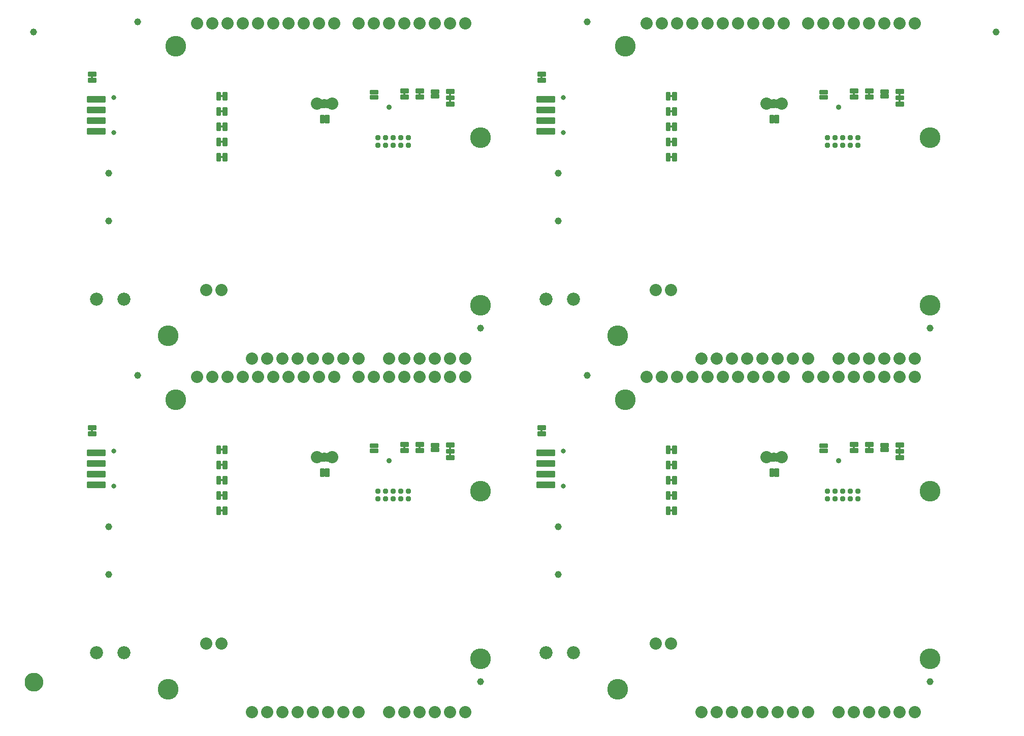
<source format=gbs>
G04 EAGLE Gerber RS-274X export*
G75*
%MOMM*%
%FSLAX34Y34*%
%LPD*%
%INSoldermask Bottom*%
%IPPOS*%
%AMOC8*
5,1,8,0,0,1.08239X$1,22.5*%
G01*
%ADD10C,3.454400*%
%ADD11C,0.802400*%
%ADD12C,0.252575*%
%ADD13C,0.251966*%
%ADD14C,2.032000*%
%ADD15C,0.939800*%
%ADD16C,1.152400*%
%ADD17C,2.184400*%
%ADD18C,0.914400*%
%ADD19C,1.270000*%
%ADD20C,1.652400*%

G36*
X402020Y430923D02*
X402020Y430923D01*
X402086Y430925D01*
X402129Y430943D01*
X402176Y430951D01*
X402233Y430985D01*
X402293Y431010D01*
X402328Y431041D01*
X402369Y431066D01*
X402411Y431117D01*
X402459Y431161D01*
X402481Y431203D01*
X402510Y431240D01*
X402531Y431302D01*
X402562Y431361D01*
X402570Y431415D01*
X402582Y431452D01*
X402581Y431492D01*
X402589Y431546D01*
X402589Y444754D01*
X402578Y444819D01*
X402576Y444885D01*
X402558Y444928D01*
X402550Y444975D01*
X402516Y445032D01*
X402491Y445092D01*
X402460Y445127D01*
X402435Y445168D01*
X402384Y445210D01*
X402340Y445258D01*
X402298Y445280D01*
X402261Y445309D01*
X402199Y445330D01*
X402140Y445361D01*
X402086Y445369D01*
X402049Y445381D01*
X402009Y445380D01*
X401955Y445388D01*
X398145Y445388D01*
X398080Y445377D01*
X398014Y445375D01*
X397971Y445357D01*
X397924Y445349D01*
X397867Y445315D01*
X397807Y445290D01*
X397772Y445259D01*
X397731Y445234D01*
X397690Y445183D01*
X397641Y445139D01*
X397619Y445097D01*
X397590Y445060D01*
X397569Y444998D01*
X397538Y444939D01*
X397530Y444885D01*
X397518Y444848D01*
X397519Y444808D01*
X397511Y444754D01*
X397511Y431546D01*
X397522Y431481D01*
X397524Y431415D01*
X397542Y431372D01*
X397550Y431325D01*
X397584Y431268D01*
X397609Y431208D01*
X397640Y431173D01*
X397665Y431132D01*
X397716Y431091D01*
X397760Y431042D01*
X397802Y431020D01*
X397839Y430991D01*
X397901Y430970D01*
X397960Y430939D01*
X398014Y430931D01*
X398051Y430919D01*
X398091Y430920D01*
X398145Y430912D01*
X401955Y430912D01*
X402020Y430923D01*
G37*
G36*
X1151320Y430923D02*
X1151320Y430923D01*
X1151386Y430925D01*
X1151429Y430943D01*
X1151476Y430951D01*
X1151533Y430985D01*
X1151593Y431010D01*
X1151628Y431041D01*
X1151669Y431066D01*
X1151711Y431117D01*
X1151759Y431161D01*
X1151781Y431203D01*
X1151810Y431240D01*
X1151831Y431302D01*
X1151862Y431361D01*
X1151870Y431415D01*
X1151882Y431452D01*
X1151881Y431492D01*
X1151889Y431546D01*
X1151889Y444754D01*
X1151878Y444819D01*
X1151876Y444885D01*
X1151858Y444928D01*
X1151850Y444975D01*
X1151816Y445032D01*
X1151791Y445092D01*
X1151760Y445127D01*
X1151735Y445168D01*
X1151684Y445210D01*
X1151640Y445258D01*
X1151598Y445280D01*
X1151561Y445309D01*
X1151499Y445330D01*
X1151440Y445361D01*
X1151386Y445369D01*
X1151349Y445381D01*
X1151309Y445380D01*
X1151255Y445388D01*
X1147445Y445388D01*
X1147380Y445377D01*
X1147314Y445375D01*
X1147271Y445357D01*
X1147224Y445349D01*
X1147167Y445315D01*
X1147107Y445290D01*
X1147072Y445259D01*
X1147031Y445234D01*
X1146990Y445183D01*
X1146941Y445139D01*
X1146919Y445097D01*
X1146890Y445060D01*
X1146869Y444998D01*
X1146838Y444939D01*
X1146830Y444885D01*
X1146818Y444848D01*
X1146819Y444808D01*
X1146811Y444754D01*
X1146811Y431546D01*
X1146822Y431481D01*
X1146824Y431415D01*
X1146842Y431372D01*
X1146850Y431325D01*
X1146884Y431268D01*
X1146909Y431208D01*
X1146940Y431173D01*
X1146965Y431132D01*
X1147016Y431091D01*
X1147060Y431042D01*
X1147102Y431020D01*
X1147139Y430991D01*
X1147201Y430970D01*
X1147260Y430939D01*
X1147314Y430931D01*
X1147351Y430919D01*
X1147391Y430920D01*
X1147445Y430912D01*
X1151255Y430912D01*
X1151320Y430923D01*
G37*
G36*
X1151320Y1020203D02*
X1151320Y1020203D01*
X1151386Y1020205D01*
X1151429Y1020223D01*
X1151476Y1020231D01*
X1151533Y1020265D01*
X1151593Y1020290D01*
X1151628Y1020321D01*
X1151669Y1020346D01*
X1151711Y1020397D01*
X1151759Y1020441D01*
X1151781Y1020483D01*
X1151810Y1020520D01*
X1151831Y1020582D01*
X1151862Y1020641D01*
X1151870Y1020695D01*
X1151882Y1020732D01*
X1151881Y1020772D01*
X1151889Y1020826D01*
X1151889Y1034034D01*
X1151878Y1034099D01*
X1151876Y1034165D01*
X1151858Y1034208D01*
X1151850Y1034255D01*
X1151816Y1034312D01*
X1151791Y1034372D01*
X1151760Y1034407D01*
X1151735Y1034448D01*
X1151684Y1034490D01*
X1151640Y1034538D01*
X1151598Y1034560D01*
X1151561Y1034589D01*
X1151499Y1034610D01*
X1151440Y1034641D01*
X1151386Y1034649D01*
X1151349Y1034661D01*
X1151309Y1034660D01*
X1151255Y1034668D01*
X1147445Y1034668D01*
X1147380Y1034657D01*
X1147314Y1034655D01*
X1147271Y1034637D01*
X1147224Y1034629D01*
X1147167Y1034595D01*
X1147107Y1034570D01*
X1147072Y1034539D01*
X1147031Y1034514D01*
X1146990Y1034463D01*
X1146941Y1034419D01*
X1146919Y1034377D01*
X1146890Y1034340D01*
X1146869Y1034278D01*
X1146838Y1034219D01*
X1146830Y1034165D01*
X1146818Y1034128D01*
X1146819Y1034088D01*
X1146811Y1034034D01*
X1146811Y1020826D01*
X1146822Y1020761D01*
X1146824Y1020695D01*
X1146842Y1020652D01*
X1146850Y1020605D01*
X1146884Y1020548D01*
X1146909Y1020488D01*
X1146940Y1020453D01*
X1146965Y1020412D01*
X1147016Y1020371D01*
X1147060Y1020322D01*
X1147102Y1020300D01*
X1147139Y1020271D01*
X1147201Y1020250D01*
X1147260Y1020219D01*
X1147314Y1020211D01*
X1147351Y1020199D01*
X1147391Y1020200D01*
X1147445Y1020192D01*
X1151255Y1020192D01*
X1151320Y1020203D01*
G37*
G36*
X402020Y1020203D02*
X402020Y1020203D01*
X402086Y1020205D01*
X402129Y1020223D01*
X402176Y1020231D01*
X402233Y1020265D01*
X402293Y1020290D01*
X402328Y1020321D01*
X402369Y1020346D01*
X402411Y1020397D01*
X402459Y1020441D01*
X402481Y1020483D01*
X402510Y1020520D01*
X402531Y1020582D01*
X402562Y1020641D01*
X402570Y1020695D01*
X402582Y1020732D01*
X402581Y1020772D01*
X402589Y1020826D01*
X402589Y1034034D01*
X402578Y1034099D01*
X402576Y1034165D01*
X402558Y1034208D01*
X402550Y1034255D01*
X402516Y1034312D01*
X402491Y1034372D01*
X402460Y1034407D01*
X402435Y1034448D01*
X402384Y1034490D01*
X402340Y1034538D01*
X402298Y1034560D01*
X402261Y1034589D01*
X402199Y1034610D01*
X402140Y1034641D01*
X402086Y1034649D01*
X402049Y1034661D01*
X402009Y1034660D01*
X401955Y1034668D01*
X398145Y1034668D01*
X398080Y1034657D01*
X398014Y1034655D01*
X397971Y1034637D01*
X397924Y1034629D01*
X397867Y1034595D01*
X397807Y1034570D01*
X397772Y1034539D01*
X397731Y1034514D01*
X397690Y1034463D01*
X397641Y1034419D01*
X397619Y1034377D01*
X397590Y1034340D01*
X397569Y1034278D01*
X397538Y1034219D01*
X397530Y1034165D01*
X397518Y1034128D01*
X397519Y1034088D01*
X397511Y1034034D01*
X397511Y1020826D01*
X397522Y1020761D01*
X397524Y1020695D01*
X397542Y1020652D01*
X397550Y1020605D01*
X397584Y1020548D01*
X397609Y1020488D01*
X397640Y1020453D01*
X397665Y1020412D01*
X397716Y1020371D01*
X397760Y1020322D01*
X397802Y1020300D01*
X397839Y1020271D01*
X397901Y1020250D01*
X397960Y1020219D01*
X398014Y1020211D01*
X398051Y1020199D01*
X398091Y1020200D01*
X398145Y1020192D01*
X401955Y1020192D01*
X402020Y1020203D01*
G37*
G36*
X534735Y452132D02*
X534735Y452132D01*
X534801Y452134D01*
X534844Y452152D01*
X534891Y452160D01*
X534948Y452194D01*
X535008Y452219D01*
X535043Y452250D01*
X535084Y452275D01*
X535126Y452326D01*
X535174Y452370D01*
X535196Y452412D01*
X535225Y452449D01*
X535246Y452511D01*
X535277Y452570D01*
X535285Y452624D01*
X535297Y452661D01*
X535296Y452701D01*
X535304Y452755D01*
X535304Y456565D01*
X535293Y456630D01*
X535291Y456696D01*
X535273Y456739D01*
X535265Y456786D01*
X535231Y456843D01*
X535206Y456903D01*
X535175Y456938D01*
X535150Y456979D01*
X535099Y457021D01*
X535055Y457069D01*
X535013Y457091D01*
X534976Y457120D01*
X534914Y457141D01*
X534855Y457172D01*
X534801Y457180D01*
X534764Y457192D01*
X534724Y457191D01*
X534670Y457199D01*
X532130Y457199D01*
X532065Y457188D01*
X531999Y457186D01*
X531956Y457168D01*
X531909Y457160D01*
X531852Y457126D01*
X531792Y457101D01*
X531757Y457070D01*
X531716Y457045D01*
X531675Y456994D01*
X531626Y456950D01*
X531604Y456908D01*
X531575Y456871D01*
X531554Y456809D01*
X531523Y456750D01*
X531515Y456696D01*
X531503Y456659D01*
X531503Y456655D01*
X531503Y456654D01*
X531504Y456619D01*
X531496Y456565D01*
X531496Y452755D01*
X531507Y452690D01*
X531509Y452624D01*
X531527Y452581D01*
X531535Y452534D01*
X531569Y452477D01*
X531594Y452417D01*
X531625Y452382D01*
X531650Y452341D01*
X531701Y452300D01*
X531745Y452251D01*
X531787Y452229D01*
X531824Y452200D01*
X531886Y452179D01*
X531945Y452148D01*
X531999Y452140D01*
X532036Y452128D01*
X532076Y452129D01*
X532130Y452121D01*
X534670Y452121D01*
X534735Y452132D01*
G37*
G36*
X1309435Y452132D02*
X1309435Y452132D01*
X1309501Y452134D01*
X1309544Y452152D01*
X1309591Y452160D01*
X1309648Y452194D01*
X1309708Y452219D01*
X1309743Y452250D01*
X1309784Y452275D01*
X1309826Y452326D01*
X1309874Y452370D01*
X1309896Y452412D01*
X1309925Y452449D01*
X1309946Y452511D01*
X1309977Y452570D01*
X1309985Y452624D01*
X1309997Y452661D01*
X1309996Y452701D01*
X1310004Y452755D01*
X1310004Y456565D01*
X1309993Y456630D01*
X1309991Y456696D01*
X1309973Y456739D01*
X1309965Y456786D01*
X1309931Y456843D01*
X1309906Y456903D01*
X1309875Y456938D01*
X1309850Y456979D01*
X1309799Y457021D01*
X1309755Y457069D01*
X1309713Y457091D01*
X1309676Y457120D01*
X1309614Y457141D01*
X1309555Y457172D01*
X1309501Y457180D01*
X1309464Y457192D01*
X1309424Y457191D01*
X1309370Y457199D01*
X1306830Y457199D01*
X1306765Y457188D01*
X1306699Y457186D01*
X1306656Y457168D01*
X1306609Y457160D01*
X1306552Y457126D01*
X1306492Y457101D01*
X1306457Y457070D01*
X1306416Y457045D01*
X1306375Y456994D01*
X1306326Y456950D01*
X1306304Y456908D01*
X1306275Y456871D01*
X1306254Y456809D01*
X1306223Y456750D01*
X1306215Y456696D01*
X1306203Y456659D01*
X1306203Y456655D01*
X1306203Y456654D01*
X1306204Y456619D01*
X1306196Y456565D01*
X1306196Y452755D01*
X1306207Y452690D01*
X1306209Y452624D01*
X1306227Y452581D01*
X1306235Y452534D01*
X1306269Y452477D01*
X1306294Y452417D01*
X1306325Y452382D01*
X1306350Y452341D01*
X1306401Y452300D01*
X1306445Y452251D01*
X1306487Y452229D01*
X1306524Y452200D01*
X1306586Y452179D01*
X1306645Y452148D01*
X1306699Y452140D01*
X1306736Y452128D01*
X1306776Y452129D01*
X1306830Y452121D01*
X1309370Y452121D01*
X1309435Y452132D01*
G37*
G36*
X560135Y452132D02*
X560135Y452132D01*
X560201Y452134D01*
X560244Y452152D01*
X560291Y452160D01*
X560348Y452194D01*
X560408Y452219D01*
X560443Y452250D01*
X560484Y452275D01*
X560526Y452326D01*
X560574Y452370D01*
X560596Y452412D01*
X560625Y452449D01*
X560646Y452511D01*
X560677Y452570D01*
X560685Y452624D01*
X560697Y452661D01*
X560696Y452701D01*
X560704Y452755D01*
X560704Y456565D01*
X560693Y456630D01*
X560691Y456696D01*
X560673Y456739D01*
X560665Y456786D01*
X560631Y456843D01*
X560606Y456903D01*
X560575Y456938D01*
X560550Y456979D01*
X560499Y457021D01*
X560455Y457069D01*
X560413Y457091D01*
X560376Y457120D01*
X560314Y457141D01*
X560255Y457172D01*
X560201Y457180D01*
X560164Y457192D01*
X560124Y457191D01*
X560070Y457199D01*
X557530Y457199D01*
X557465Y457188D01*
X557399Y457186D01*
X557356Y457168D01*
X557309Y457160D01*
X557252Y457126D01*
X557192Y457101D01*
X557157Y457070D01*
X557116Y457045D01*
X557075Y456994D01*
X557026Y456950D01*
X557004Y456908D01*
X556975Y456871D01*
X556954Y456809D01*
X556923Y456750D01*
X556915Y456696D01*
X556903Y456659D01*
X556903Y456655D01*
X556903Y456654D01*
X556904Y456619D01*
X556896Y456565D01*
X556896Y452755D01*
X556907Y452690D01*
X556909Y452624D01*
X556927Y452581D01*
X556935Y452534D01*
X556969Y452477D01*
X556994Y452417D01*
X557025Y452382D01*
X557050Y452341D01*
X557101Y452300D01*
X557145Y452251D01*
X557187Y452229D01*
X557224Y452200D01*
X557286Y452179D01*
X557345Y452148D01*
X557399Y452140D01*
X557436Y452128D01*
X557476Y452129D01*
X557530Y452121D01*
X560070Y452121D01*
X560135Y452132D01*
G37*
G36*
X1284035Y452132D02*
X1284035Y452132D01*
X1284101Y452134D01*
X1284144Y452152D01*
X1284191Y452160D01*
X1284248Y452194D01*
X1284308Y452219D01*
X1284343Y452250D01*
X1284384Y452275D01*
X1284426Y452326D01*
X1284474Y452370D01*
X1284496Y452412D01*
X1284525Y452449D01*
X1284546Y452511D01*
X1284577Y452570D01*
X1284585Y452624D01*
X1284597Y452661D01*
X1284596Y452701D01*
X1284604Y452755D01*
X1284604Y456565D01*
X1284593Y456630D01*
X1284591Y456696D01*
X1284573Y456739D01*
X1284565Y456786D01*
X1284531Y456843D01*
X1284506Y456903D01*
X1284475Y456938D01*
X1284450Y456979D01*
X1284399Y457021D01*
X1284355Y457069D01*
X1284313Y457091D01*
X1284276Y457120D01*
X1284214Y457141D01*
X1284155Y457172D01*
X1284101Y457180D01*
X1284064Y457192D01*
X1284024Y457191D01*
X1283970Y457199D01*
X1281430Y457199D01*
X1281365Y457188D01*
X1281299Y457186D01*
X1281256Y457168D01*
X1281209Y457160D01*
X1281152Y457126D01*
X1281092Y457101D01*
X1281057Y457070D01*
X1281016Y457045D01*
X1280975Y456994D01*
X1280926Y456950D01*
X1280904Y456908D01*
X1280875Y456871D01*
X1280854Y456809D01*
X1280823Y456750D01*
X1280815Y456696D01*
X1280803Y456659D01*
X1280803Y456655D01*
X1280803Y456654D01*
X1280804Y456619D01*
X1280796Y456565D01*
X1280796Y452755D01*
X1280807Y452690D01*
X1280809Y452624D01*
X1280827Y452581D01*
X1280835Y452534D01*
X1280869Y452477D01*
X1280894Y452417D01*
X1280925Y452382D01*
X1280950Y452341D01*
X1281001Y452300D01*
X1281045Y452251D01*
X1281087Y452229D01*
X1281124Y452200D01*
X1281186Y452179D01*
X1281245Y452148D01*
X1281299Y452140D01*
X1281336Y452128D01*
X1281376Y452129D01*
X1281430Y452121D01*
X1283970Y452121D01*
X1284035Y452132D01*
G37*
G36*
X763335Y1069352D02*
X763335Y1069352D01*
X763401Y1069354D01*
X763444Y1069372D01*
X763491Y1069380D01*
X763548Y1069414D01*
X763608Y1069439D01*
X763643Y1069470D01*
X763684Y1069495D01*
X763726Y1069546D01*
X763774Y1069590D01*
X763796Y1069632D01*
X763825Y1069669D01*
X763846Y1069731D01*
X763877Y1069790D01*
X763885Y1069844D01*
X763897Y1069881D01*
X763896Y1069921D01*
X763904Y1069975D01*
X763904Y1073785D01*
X763893Y1073850D01*
X763891Y1073916D01*
X763873Y1073959D01*
X763865Y1074006D01*
X763831Y1074063D01*
X763806Y1074123D01*
X763775Y1074158D01*
X763750Y1074199D01*
X763699Y1074241D01*
X763655Y1074289D01*
X763613Y1074311D01*
X763576Y1074340D01*
X763514Y1074361D01*
X763455Y1074392D01*
X763401Y1074400D01*
X763364Y1074412D01*
X763324Y1074411D01*
X763270Y1074419D01*
X760730Y1074419D01*
X760665Y1074408D01*
X760599Y1074406D01*
X760556Y1074388D01*
X760509Y1074380D01*
X760452Y1074346D01*
X760392Y1074321D01*
X760357Y1074290D01*
X760316Y1074265D01*
X760275Y1074214D01*
X760226Y1074170D01*
X760204Y1074128D01*
X760175Y1074091D01*
X760154Y1074029D01*
X760123Y1073970D01*
X760115Y1073916D01*
X760103Y1073879D01*
X760103Y1073875D01*
X760103Y1073874D01*
X760104Y1073839D01*
X760096Y1073785D01*
X760096Y1069975D01*
X760107Y1069910D01*
X760109Y1069844D01*
X760127Y1069801D01*
X760135Y1069754D01*
X760169Y1069697D01*
X760194Y1069637D01*
X760225Y1069602D01*
X760250Y1069561D01*
X760301Y1069520D01*
X760345Y1069471D01*
X760387Y1069449D01*
X760424Y1069420D01*
X760486Y1069399D01*
X760545Y1069368D01*
X760599Y1069360D01*
X760636Y1069348D01*
X760676Y1069349D01*
X760730Y1069341D01*
X763270Y1069341D01*
X763335Y1069352D01*
G37*
G36*
X14035Y1069352D02*
X14035Y1069352D01*
X14101Y1069354D01*
X14144Y1069372D01*
X14191Y1069380D01*
X14248Y1069414D01*
X14308Y1069439D01*
X14343Y1069470D01*
X14384Y1069495D01*
X14426Y1069546D01*
X14474Y1069590D01*
X14496Y1069632D01*
X14525Y1069669D01*
X14546Y1069731D01*
X14577Y1069790D01*
X14585Y1069844D01*
X14597Y1069881D01*
X14596Y1069921D01*
X14604Y1069975D01*
X14604Y1073785D01*
X14593Y1073850D01*
X14591Y1073916D01*
X14573Y1073959D01*
X14565Y1074006D01*
X14531Y1074063D01*
X14506Y1074123D01*
X14475Y1074158D01*
X14450Y1074199D01*
X14399Y1074241D01*
X14355Y1074289D01*
X14313Y1074311D01*
X14276Y1074340D01*
X14214Y1074361D01*
X14155Y1074392D01*
X14101Y1074400D01*
X14064Y1074412D01*
X14024Y1074411D01*
X13970Y1074419D01*
X11430Y1074419D01*
X11365Y1074408D01*
X11299Y1074406D01*
X11256Y1074388D01*
X11209Y1074380D01*
X11152Y1074346D01*
X11092Y1074321D01*
X11057Y1074290D01*
X11016Y1074265D01*
X10975Y1074214D01*
X10926Y1074170D01*
X10904Y1074128D01*
X10875Y1074091D01*
X10854Y1074029D01*
X10823Y1073970D01*
X10815Y1073916D01*
X10803Y1073879D01*
X10803Y1073875D01*
X10803Y1073874D01*
X10804Y1073839D01*
X10796Y1073785D01*
X10796Y1069975D01*
X10807Y1069910D01*
X10809Y1069844D01*
X10827Y1069801D01*
X10835Y1069754D01*
X10869Y1069697D01*
X10894Y1069637D01*
X10925Y1069602D01*
X10950Y1069561D01*
X11001Y1069520D01*
X11045Y1069471D01*
X11087Y1069449D01*
X11124Y1069420D01*
X11186Y1069399D01*
X11245Y1069368D01*
X11299Y1069360D01*
X11336Y1069348D01*
X11376Y1069349D01*
X11430Y1069341D01*
X13970Y1069341D01*
X14035Y1069352D01*
G37*
G36*
X1284035Y1041412D02*
X1284035Y1041412D01*
X1284101Y1041414D01*
X1284144Y1041432D01*
X1284191Y1041440D01*
X1284248Y1041474D01*
X1284308Y1041499D01*
X1284343Y1041530D01*
X1284384Y1041555D01*
X1284426Y1041606D01*
X1284474Y1041650D01*
X1284496Y1041692D01*
X1284525Y1041729D01*
X1284546Y1041791D01*
X1284577Y1041850D01*
X1284585Y1041904D01*
X1284597Y1041941D01*
X1284596Y1041981D01*
X1284604Y1042035D01*
X1284604Y1045845D01*
X1284593Y1045910D01*
X1284591Y1045976D01*
X1284573Y1046019D01*
X1284565Y1046066D01*
X1284531Y1046123D01*
X1284506Y1046183D01*
X1284475Y1046218D01*
X1284450Y1046259D01*
X1284399Y1046301D01*
X1284355Y1046349D01*
X1284313Y1046371D01*
X1284276Y1046400D01*
X1284214Y1046421D01*
X1284155Y1046452D01*
X1284101Y1046460D01*
X1284064Y1046472D01*
X1284024Y1046471D01*
X1283970Y1046479D01*
X1281430Y1046479D01*
X1281365Y1046468D01*
X1281299Y1046466D01*
X1281256Y1046448D01*
X1281209Y1046440D01*
X1281152Y1046406D01*
X1281092Y1046381D01*
X1281057Y1046350D01*
X1281016Y1046325D01*
X1280975Y1046274D01*
X1280926Y1046230D01*
X1280904Y1046188D01*
X1280875Y1046151D01*
X1280854Y1046089D01*
X1280823Y1046030D01*
X1280815Y1045976D01*
X1280803Y1045939D01*
X1280803Y1045935D01*
X1280803Y1045934D01*
X1280804Y1045899D01*
X1280796Y1045845D01*
X1280796Y1042035D01*
X1280807Y1041970D01*
X1280809Y1041904D01*
X1280827Y1041861D01*
X1280835Y1041814D01*
X1280869Y1041757D01*
X1280894Y1041697D01*
X1280925Y1041662D01*
X1280950Y1041621D01*
X1281001Y1041580D01*
X1281045Y1041531D01*
X1281087Y1041509D01*
X1281124Y1041480D01*
X1281186Y1041459D01*
X1281245Y1041428D01*
X1281299Y1041420D01*
X1281336Y1041408D01*
X1281376Y1041409D01*
X1281430Y1041401D01*
X1283970Y1041401D01*
X1284035Y1041412D01*
G37*
G36*
X560135Y1041412D02*
X560135Y1041412D01*
X560201Y1041414D01*
X560244Y1041432D01*
X560291Y1041440D01*
X560348Y1041474D01*
X560408Y1041499D01*
X560443Y1041530D01*
X560484Y1041555D01*
X560526Y1041606D01*
X560574Y1041650D01*
X560596Y1041692D01*
X560625Y1041729D01*
X560646Y1041791D01*
X560677Y1041850D01*
X560685Y1041904D01*
X560697Y1041941D01*
X560696Y1041981D01*
X560704Y1042035D01*
X560704Y1045845D01*
X560693Y1045910D01*
X560691Y1045976D01*
X560673Y1046019D01*
X560665Y1046066D01*
X560631Y1046123D01*
X560606Y1046183D01*
X560575Y1046218D01*
X560550Y1046259D01*
X560499Y1046301D01*
X560455Y1046349D01*
X560413Y1046371D01*
X560376Y1046400D01*
X560314Y1046421D01*
X560255Y1046452D01*
X560201Y1046460D01*
X560164Y1046472D01*
X560124Y1046471D01*
X560070Y1046479D01*
X557530Y1046479D01*
X557465Y1046468D01*
X557399Y1046466D01*
X557356Y1046448D01*
X557309Y1046440D01*
X557252Y1046406D01*
X557192Y1046381D01*
X557157Y1046350D01*
X557116Y1046325D01*
X557075Y1046274D01*
X557026Y1046230D01*
X557004Y1046188D01*
X556975Y1046151D01*
X556954Y1046089D01*
X556923Y1046030D01*
X556915Y1045976D01*
X556903Y1045939D01*
X556903Y1045935D01*
X556903Y1045934D01*
X556904Y1045899D01*
X556896Y1045845D01*
X556896Y1042035D01*
X556907Y1041970D01*
X556909Y1041904D01*
X556927Y1041861D01*
X556935Y1041814D01*
X556969Y1041757D01*
X556994Y1041697D01*
X557025Y1041662D01*
X557050Y1041621D01*
X557101Y1041580D01*
X557145Y1041531D01*
X557187Y1041509D01*
X557224Y1041480D01*
X557286Y1041459D01*
X557345Y1041428D01*
X557399Y1041420D01*
X557436Y1041408D01*
X557476Y1041409D01*
X557530Y1041401D01*
X560070Y1041401D01*
X560135Y1041412D01*
G37*
G36*
X1309435Y1041412D02*
X1309435Y1041412D01*
X1309501Y1041414D01*
X1309544Y1041432D01*
X1309591Y1041440D01*
X1309648Y1041474D01*
X1309708Y1041499D01*
X1309743Y1041530D01*
X1309784Y1041555D01*
X1309826Y1041606D01*
X1309874Y1041650D01*
X1309896Y1041692D01*
X1309925Y1041729D01*
X1309946Y1041791D01*
X1309977Y1041850D01*
X1309985Y1041904D01*
X1309997Y1041941D01*
X1309996Y1041981D01*
X1310004Y1042035D01*
X1310004Y1045845D01*
X1309993Y1045910D01*
X1309991Y1045976D01*
X1309973Y1046019D01*
X1309965Y1046066D01*
X1309931Y1046123D01*
X1309906Y1046183D01*
X1309875Y1046218D01*
X1309850Y1046259D01*
X1309799Y1046301D01*
X1309755Y1046349D01*
X1309713Y1046371D01*
X1309676Y1046400D01*
X1309614Y1046421D01*
X1309555Y1046452D01*
X1309501Y1046460D01*
X1309464Y1046472D01*
X1309424Y1046471D01*
X1309370Y1046479D01*
X1306830Y1046479D01*
X1306765Y1046468D01*
X1306699Y1046466D01*
X1306656Y1046448D01*
X1306609Y1046440D01*
X1306552Y1046406D01*
X1306492Y1046381D01*
X1306457Y1046350D01*
X1306416Y1046325D01*
X1306375Y1046274D01*
X1306326Y1046230D01*
X1306304Y1046188D01*
X1306275Y1046151D01*
X1306254Y1046089D01*
X1306223Y1046030D01*
X1306215Y1045976D01*
X1306203Y1045939D01*
X1306203Y1045935D01*
X1306203Y1045934D01*
X1306204Y1045899D01*
X1306196Y1045845D01*
X1306196Y1042035D01*
X1306207Y1041970D01*
X1306209Y1041904D01*
X1306227Y1041861D01*
X1306235Y1041814D01*
X1306269Y1041757D01*
X1306294Y1041697D01*
X1306325Y1041662D01*
X1306350Y1041621D01*
X1306401Y1041580D01*
X1306445Y1041531D01*
X1306487Y1041509D01*
X1306524Y1041480D01*
X1306586Y1041459D01*
X1306645Y1041428D01*
X1306699Y1041420D01*
X1306736Y1041408D01*
X1306776Y1041409D01*
X1306830Y1041401D01*
X1309370Y1041401D01*
X1309435Y1041412D01*
G37*
G36*
X534735Y1041412D02*
X534735Y1041412D01*
X534801Y1041414D01*
X534844Y1041432D01*
X534891Y1041440D01*
X534948Y1041474D01*
X535008Y1041499D01*
X535043Y1041530D01*
X535084Y1041555D01*
X535126Y1041606D01*
X535174Y1041650D01*
X535196Y1041692D01*
X535225Y1041729D01*
X535246Y1041791D01*
X535277Y1041850D01*
X535285Y1041904D01*
X535297Y1041941D01*
X535296Y1041981D01*
X535304Y1042035D01*
X535304Y1045845D01*
X535293Y1045910D01*
X535291Y1045976D01*
X535273Y1046019D01*
X535265Y1046066D01*
X535231Y1046123D01*
X535206Y1046183D01*
X535175Y1046218D01*
X535150Y1046259D01*
X535099Y1046301D01*
X535055Y1046349D01*
X535013Y1046371D01*
X534976Y1046400D01*
X534914Y1046421D01*
X534855Y1046452D01*
X534801Y1046460D01*
X534764Y1046472D01*
X534724Y1046471D01*
X534670Y1046479D01*
X532130Y1046479D01*
X532065Y1046468D01*
X531999Y1046466D01*
X531956Y1046448D01*
X531909Y1046440D01*
X531852Y1046406D01*
X531792Y1046381D01*
X531757Y1046350D01*
X531716Y1046325D01*
X531675Y1046274D01*
X531626Y1046230D01*
X531604Y1046188D01*
X531575Y1046151D01*
X531554Y1046089D01*
X531523Y1046030D01*
X531515Y1045976D01*
X531503Y1045939D01*
X531503Y1045935D01*
X531503Y1045934D01*
X531504Y1045899D01*
X531496Y1045845D01*
X531496Y1042035D01*
X531507Y1041970D01*
X531509Y1041904D01*
X531527Y1041861D01*
X531535Y1041814D01*
X531569Y1041757D01*
X531594Y1041697D01*
X531625Y1041662D01*
X531650Y1041621D01*
X531701Y1041580D01*
X531745Y1041531D01*
X531787Y1041509D01*
X531824Y1041480D01*
X531886Y1041459D01*
X531945Y1041428D01*
X531999Y1041420D01*
X532036Y1041408D01*
X532076Y1041409D01*
X532130Y1041401D01*
X534670Y1041401D01*
X534735Y1041412D01*
G37*
G36*
X1360235Y1040142D02*
X1360235Y1040142D01*
X1360301Y1040144D01*
X1360344Y1040162D01*
X1360391Y1040170D01*
X1360448Y1040204D01*
X1360508Y1040229D01*
X1360543Y1040260D01*
X1360584Y1040285D01*
X1360626Y1040336D01*
X1360674Y1040380D01*
X1360696Y1040422D01*
X1360725Y1040459D01*
X1360746Y1040521D01*
X1360777Y1040580D01*
X1360785Y1040634D01*
X1360797Y1040671D01*
X1360796Y1040711D01*
X1360804Y1040765D01*
X1360804Y1044575D01*
X1360793Y1044640D01*
X1360791Y1044706D01*
X1360773Y1044749D01*
X1360765Y1044796D01*
X1360731Y1044853D01*
X1360706Y1044913D01*
X1360675Y1044948D01*
X1360650Y1044989D01*
X1360599Y1045031D01*
X1360555Y1045079D01*
X1360513Y1045101D01*
X1360476Y1045130D01*
X1360414Y1045151D01*
X1360355Y1045182D01*
X1360301Y1045190D01*
X1360264Y1045202D01*
X1360224Y1045201D01*
X1360170Y1045209D01*
X1357630Y1045209D01*
X1357565Y1045198D01*
X1357499Y1045196D01*
X1357456Y1045178D01*
X1357409Y1045170D01*
X1357352Y1045136D01*
X1357292Y1045111D01*
X1357257Y1045080D01*
X1357216Y1045055D01*
X1357175Y1045004D01*
X1357126Y1044960D01*
X1357104Y1044918D01*
X1357075Y1044881D01*
X1357054Y1044819D01*
X1357023Y1044760D01*
X1357015Y1044706D01*
X1357003Y1044669D01*
X1357003Y1044665D01*
X1357003Y1044664D01*
X1357004Y1044629D01*
X1356996Y1044575D01*
X1356996Y1040765D01*
X1357007Y1040700D01*
X1357009Y1040634D01*
X1357027Y1040591D01*
X1357035Y1040544D01*
X1357069Y1040487D01*
X1357094Y1040427D01*
X1357125Y1040392D01*
X1357150Y1040351D01*
X1357201Y1040310D01*
X1357245Y1040261D01*
X1357287Y1040239D01*
X1357324Y1040210D01*
X1357386Y1040189D01*
X1357445Y1040158D01*
X1357499Y1040150D01*
X1357536Y1040138D01*
X1357576Y1040139D01*
X1357630Y1040131D01*
X1360170Y1040131D01*
X1360235Y1040142D01*
G37*
G36*
X610935Y1040142D02*
X610935Y1040142D01*
X611001Y1040144D01*
X611044Y1040162D01*
X611091Y1040170D01*
X611148Y1040204D01*
X611208Y1040229D01*
X611243Y1040260D01*
X611284Y1040285D01*
X611326Y1040336D01*
X611374Y1040380D01*
X611396Y1040422D01*
X611425Y1040459D01*
X611446Y1040521D01*
X611477Y1040580D01*
X611485Y1040634D01*
X611497Y1040671D01*
X611496Y1040711D01*
X611504Y1040765D01*
X611504Y1044575D01*
X611493Y1044640D01*
X611491Y1044706D01*
X611473Y1044749D01*
X611465Y1044796D01*
X611431Y1044853D01*
X611406Y1044913D01*
X611375Y1044948D01*
X611350Y1044989D01*
X611299Y1045031D01*
X611255Y1045079D01*
X611213Y1045101D01*
X611176Y1045130D01*
X611114Y1045151D01*
X611055Y1045182D01*
X611001Y1045190D01*
X610964Y1045202D01*
X610924Y1045201D01*
X610870Y1045209D01*
X608330Y1045209D01*
X608265Y1045198D01*
X608199Y1045196D01*
X608156Y1045178D01*
X608109Y1045170D01*
X608052Y1045136D01*
X607992Y1045111D01*
X607957Y1045080D01*
X607916Y1045055D01*
X607875Y1045004D01*
X607826Y1044960D01*
X607804Y1044918D01*
X607775Y1044881D01*
X607754Y1044819D01*
X607723Y1044760D01*
X607715Y1044706D01*
X607703Y1044669D01*
X607703Y1044665D01*
X607703Y1044664D01*
X607704Y1044629D01*
X607696Y1044575D01*
X607696Y1040765D01*
X607707Y1040700D01*
X607709Y1040634D01*
X607727Y1040591D01*
X607735Y1040544D01*
X607769Y1040487D01*
X607794Y1040427D01*
X607825Y1040392D01*
X607850Y1040351D01*
X607901Y1040310D01*
X607945Y1040261D01*
X607987Y1040239D01*
X608024Y1040210D01*
X608086Y1040189D01*
X608145Y1040158D01*
X608199Y1040150D01*
X608236Y1040138D01*
X608276Y1040139D01*
X608330Y1040131D01*
X610870Y1040131D01*
X610935Y1040142D01*
G37*
G36*
X1360235Y450862D02*
X1360235Y450862D01*
X1360301Y450864D01*
X1360344Y450882D01*
X1360391Y450890D01*
X1360448Y450924D01*
X1360508Y450949D01*
X1360543Y450980D01*
X1360584Y451005D01*
X1360626Y451056D01*
X1360674Y451100D01*
X1360696Y451142D01*
X1360725Y451179D01*
X1360746Y451241D01*
X1360777Y451300D01*
X1360785Y451354D01*
X1360797Y451391D01*
X1360796Y451431D01*
X1360804Y451485D01*
X1360804Y455295D01*
X1360793Y455360D01*
X1360791Y455426D01*
X1360773Y455469D01*
X1360765Y455516D01*
X1360731Y455573D01*
X1360706Y455633D01*
X1360675Y455668D01*
X1360650Y455709D01*
X1360599Y455751D01*
X1360555Y455799D01*
X1360513Y455821D01*
X1360476Y455850D01*
X1360414Y455871D01*
X1360355Y455902D01*
X1360301Y455910D01*
X1360264Y455922D01*
X1360224Y455921D01*
X1360170Y455929D01*
X1357630Y455929D01*
X1357565Y455918D01*
X1357499Y455916D01*
X1357456Y455898D01*
X1357409Y455890D01*
X1357352Y455856D01*
X1357292Y455831D01*
X1357257Y455800D01*
X1357216Y455775D01*
X1357175Y455724D01*
X1357126Y455680D01*
X1357104Y455638D01*
X1357075Y455601D01*
X1357054Y455539D01*
X1357023Y455480D01*
X1357015Y455426D01*
X1357003Y455389D01*
X1357003Y455385D01*
X1357003Y455384D01*
X1357004Y455349D01*
X1356996Y455295D01*
X1356996Y451485D01*
X1357007Y451420D01*
X1357009Y451354D01*
X1357027Y451311D01*
X1357035Y451264D01*
X1357069Y451207D01*
X1357094Y451147D01*
X1357125Y451112D01*
X1357150Y451071D01*
X1357201Y451030D01*
X1357245Y450981D01*
X1357287Y450959D01*
X1357324Y450930D01*
X1357386Y450909D01*
X1357445Y450878D01*
X1357499Y450870D01*
X1357536Y450858D01*
X1357576Y450859D01*
X1357630Y450851D01*
X1360170Y450851D01*
X1360235Y450862D01*
G37*
G36*
X610935Y450862D02*
X610935Y450862D01*
X611001Y450864D01*
X611044Y450882D01*
X611091Y450890D01*
X611148Y450924D01*
X611208Y450949D01*
X611243Y450980D01*
X611284Y451005D01*
X611326Y451056D01*
X611374Y451100D01*
X611396Y451142D01*
X611425Y451179D01*
X611446Y451241D01*
X611477Y451300D01*
X611485Y451354D01*
X611497Y451391D01*
X611496Y451431D01*
X611504Y451485D01*
X611504Y455295D01*
X611493Y455360D01*
X611491Y455426D01*
X611473Y455469D01*
X611465Y455516D01*
X611431Y455573D01*
X611406Y455633D01*
X611375Y455668D01*
X611350Y455709D01*
X611299Y455751D01*
X611255Y455799D01*
X611213Y455821D01*
X611176Y455850D01*
X611114Y455871D01*
X611055Y455902D01*
X611001Y455910D01*
X610964Y455922D01*
X610924Y455921D01*
X610870Y455929D01*
X608330Y455929D01*
X608265Y455918D01*
X608199Y455916D01*
X608156Y455898D01*
X608109Y455890D01*
X608052Y455856D01*
X607992Y455831D01*
X607957Y455800D01*
X607916Y455775D01*
X607875Y455724D01*
X607826Y455680D01*
X607804Y455638D01*
X607775Y455601D01*
X607754Y455539D01*
X607723Y455480D01*
X607715Y455426D01*
X607703Y455389D01*
X607703Y455385D01*
X607703Y455384D01*
X607704Y455349D01*
X607696Y455295D01*
X607696Y451485D01*
X607707Y451420D01*
X607709Y451354D01*
X607727Y451311D01*
X607735Y451264D01*
X607769Y451207D01*
X607794Y451147D01*
X607825Y451112D01*
X607850Y451071D01*
X607901Y451030D01*
X607945Y450981D01*
X607987Y450959D01*
X608024Y450930D01*
X608086Y450909D01*
X608145Y450878D01*
X608199Y450870D01*
X608236Y450858D01*
X608276Y450859D01*
X608330Y450851D01*
X610870Y450851D01*
X610935Y450862D01*
G37*
G36*
X610935Y1029982D02*
X610935Y1029982D01*
X611001Y1029984D01*
X611044Y1030002D01*
X611091Y1030010D01*
X611148Y1030044D01*
X611208Y1030069D01*
X611243Y1030100D01*
X611284Y1030125D01*
X611326Y1030176D01*
X611374Y1030220D01*
X611396Y1030262D01*
X611425Y1030299D01*
X611446Y1030361D01*
X611477Y1030420D01*
X611485Y1030474D01*
X611497Y1030511D01*
X611496Y1030551D01*
X611504Y1030605D01*
X611504Y1034415D01*
X611493Y1034480D01*
X611491Y1034546D01*
X611473Y1034589D01*
X611465Y1034636D01*
X611431Y1034693D01*
X611406Y1034753D01*
X611375Y1034788D01*
X611350Y1034829D01*
X611299Y1034871D01*
X611255Y1034919D01*
X611213Y1034941D01*
X611176Y1034970D01*
X611114Y1034991D01*
X611055Y1035022D01*
X611001Y1035030D01*
X610964Y1035042D01*
X610924Y1035041D01*
X610870Y1035049D01*
X608330Y1035049D01*
X608265Y1035038D01*
X608199Y1035036D01*
X608156Y1035018D01*
X608109Y1035010D01*
X608052Y1034976D01*
X607992Y1034951D01*
X607957Y1034920D01*
X607916Y1034895D01*
X607875Y1034844D01*
X607826Y1034800D01*
X607804Y1034758D01*
X607775Y1034721D01*
X607754Y1034659D01*
X607723Y1034600D01*
X607715Y1034546D01*
X607703Y1034509D01*
X607703Y1034505D01*
X607703Y1034504D01*
X607704Y1034469D01*
X607696Y1034415D01*
X607696Y1030605D01*
X607707Y1030540D01*
X607709Y1030474D01*
X607727Y1030431D01*
X607735Y1030384D01*
X607769Y1030327D01*
X607794Y1030267D01*
X607825Y1030232D01*
X607850Y1030191D01*
X607901Y1030150D01*
X607945Y1030101D01*
X607987Y1030079D01*
X608024Y1030050D01*
X608086Y1030029D01*
X608145Y1029998D01*
X608199Y1029990D01*
X608236Y1029978D01*
X608276Y1029979D01*
X608330Y1029971D01*
X610870Y1029971D01*
X610935Y1029982D01*
G37*
G36*
X1360235Y1029982D02*
X1360235Y1029982D01*
X1360301Y1029984D01*
X1360344Y1030002D01*
X1360391Y1030010D01*
X1360448Y1030044D01*
X1360508Y1030069D01*
X1360543Y1030100D01*
X1360584Y1030125D01*
X1360626Y1030176D01*
X1360674Y1030220D01*
X1360696Y1030262D01*
X1360725Y1030299D01*
X1360746Y1030361D01*
X1360777Y1030420D01*
X1360785Y1030474D01*
X1360797Y1030511D01*
X1360796Y1030551D01*
X1360804Y1030605D01*
X1360804Y1034415D01*
X1360793Y1034480D01*
X1360791Y1034546D01*
X1360773Y1034589D01*
X1360765Y1034636D01*
X1360731Y1034693D01*
X1360706Y1034753D01*
X1360675Y1034788D01*
X1360650Y1034829D01*
X1360599Y1034871D01*
X1360555Y1034919D01*
X1360513Y1034941D01*
X1360476Y1034970D01*
X1360414Y1034991D01*
X1360355Y1035022D01*
X1360301Y1035030D01*
X1360264Y1035042D01*
X1360224Y1035041D01*
X1360170Y1035049D01*
X1357630Y1035049D01*
X1357565Y1035038D01*
X1357499Y1035036D01*
X1357456Y1035018D01*
X1357409Y1035010D01*
X1357352Y1034976D01*
X1357292Y1034951D01*
X1357257Y1034920D01*
X1357216Y1034895D01*
X1357175Y1034844D01*
X1357126Y1034800D01*
X1357104Y1034758D01*
X1357075Y1034721D01*
X1357054Y1034659D01*
X1357023Y1034600D01*
X1357015Y1034546D01*
X1357003Y1034509D01*
X1357003Y1034505D01*
X1357003Y1034504D01*
X1357004Y1034469D01*
X1356996Y1034415D01*
X1356996Y1030605D01*
X1357007Y1030540D01*
X1357009Y1030474D01*
X1357027Y1030431D01*
X1357035Y1030384D01*
X1357069Y1030327D01*
X1357094Y1030267D01*
X1357125Y1030232D01*
X1357150Y1030191D01*
X1357201Y1030150D01*
X1357245Y1030101D01*
X1357287Y1030079D01*
X1357324Y1030050D01*
X1357386Y1030029D01*
X1357445Y1029998D01*
X1357499Y1029990D01*
X1357536Y1029978D01*
X1357576Y1029979D01*
X1357630Y1029971D01*
X1360170Y1029971D01*
X1360235Y1029982D01*
G37*
G36*
X1360235Y440702D02*
X1360235Y440702D01*
X1360301Y440704D01*
X1360344Y440722D01*
X1360391Y440730D01*
X1360448Y440764D01*
X1360508Y440789D01*
X1360543Y440820D01*
X1360584Y440845D01*
X1360626Y440896D01*
X1360674Y440940D01*
X1360696Y440982D01*
X1360725Y441019D01*
X1360746Y441081D01*
X1360777Y441140D01*
X1360785Y441194D01*
X1360797Y441231D01*
X1360796Y441271D01*
X1360804Y441325D01*
X1360804Y445135D01*
X1360793Y445200D01*
X1360791Y445266D01*
X1360773Y445309D01*
X1360765Y445356D01*
X1360731Y445413D01*
X1360706Y445473D01*
X1360675Y445508D01*
X1360650Y445549D01*
X1360599Y445591D01*
X1360555Y445639D01*
X1360513Y445661D01*
X1360476Y445690D01*
X1360414Y445711D01*
X1360355Y445742D01*
X1360301Y445750D01*
X1360264Y445762D01*
X1360224Y445761D01*
X1360170Y445769D01*
X1357630Y445769D01*
X1357565Y445758D01*
X1357499Y445756D01*
X1357456Y445738D01*
X1357409Y445730D01*
X1357352Y445696D01*
X1357292Y445671D01*
X1357257Y445640D01*
X1357216Y445615D01*
X1357175Y445564D01*
X1357126Y445520D01*
X1357104Y445478D01*
X1357075Y445441D01*
X1357054Y445379D01*
X1357023Y445320D01*
X1357015Y445266D01*
X1357003Y445229D01*
X1357003Y445225D01*
X1357003Y445224D01*
X1357004Y445189D01*
X1356996Y445135D01*
X1356996Y441325D01*
X1357007Y441260D01*
X1357009Y441194D01*
X1357027Y441151D01*
X1357035Y441104D01*
X1357069Y441047D01*
X1357094Y440987D01*
X1357125Y440952D01*
X1357150Y440911D01*
X1357201Y440870D01*
X1357245Y440821D01*
X1357287Y440799D01*
X1357324Y440770D01*
X1357386Y440749D01*
X1357445Y440718D01*
X1357499Y440710D01*
X1357536Y440698D01*
X1357576Y440699D01*
X1357630Y440691D01*
X1360170Y440691D01*
X1360235Y440702D01*
G37*
G36*
X610935Y440702D02*
X610935Y440702D01*
X611001Y440704D01*
X611044Y440722D01*
X611091Y440730D01*
X611148Y440764D01*
X611208Y440789D01*
X611243Y440820D01*
X611284Y440845D01*
X611326Y440896D01*
X611374Y440940D01*
X611396Y440982D01*
X611425Y441019D01*
X611446Y441081D01*
X611477Y441140D01*
X611485Y441194D01*
X611497Y441231D01*
X611496Y441271D01*
X611504Y441325D01*
X611504Y445135D01*
X611493Y445200D01*
X611491Y445266D01*
X611473Y445309D01*
X611465Y445356D01*
X611431Y445413D01*
X611406Y445473D01*
X611375Y445508D01*
X611350Y445549D01*
X611299Y445591D01*
X611255Y445639D01*
X611213Y445661D01*
X611176Y445690D01*
X611114Y445711D01*
X611055Y445742D01*
X611001Y445750D01*
X610964Y445762D01*
X610924Y445761D01*
X610870Y445769D01*
X608330Y445769D01*
X608265Y445758D01*
X608199Y445756D01*
X608156Y445738D01*
X608109Y445730D01*
X608052Y445696D01*
X607992Y445671D01*
X607957Y445640D01*
X607916Y445615D01*
X607875Y445564D01*
X607826Y445520D01*
X607804Y445478D01*
X607775Y445441D01*
X607754Y445379D01*
X607723Y445320D01*
X607715Y445266D01*
X607703Y445229D01*
X607703Y445225D01*
X607703Y445224D01*
X607704Y445189D01*
X607696Y445135D01*
X607696Y441325D01*
X607707Y441260D01*
X607709Y441194D01*
X607727Y441151D01*
X607735Y441104D01*
X607769Y441047D01*
X607794Y440987D01*
X607825Y440952D01*
X607850Y440911D01*
X607901Y440870D01*
X607945Y440821D01*
X607987Y440799D01*
X608024Y440770D01*
X608086Y440749D01*
X608145Y440718D01*
X608199Y440710D01*
X608236Y440698D01*
X608276Y440699D01*
X608330Y440691D01*
X610870Y440691D01*
X610935Y440702D01*
G37*
G36*
X763335Y480072D02*
X763335Y480072D01*
X763401Y480074D01*
X763444Y480092D01*
X763491Y480100D01*
X763548Y480134D01*
X763608Y480159D01*
X763643Y480190D01*
X763684Y480215D01*
X763726Y480266D01*
X763774Y480310D01*
X763796Y480352D01*
X763825Y480389D01*
X763846Y480451D01*
X763877Y480510D01*
X763885Y480564D01*
X763897Y480601D01*
X763896Y480641D01*
X763904Y480695D01*
X763904Y484505D01*
X763893Y484570D01*
X763891Y484636D01*
X763873Y484679D01*
X763865Y484726D01*
X763831Y484783D01*
X763806Y484843D01*
X763775Y484878D01*
X763750Y484919D01*
X763699Y484961D01*
X763655Y485009D01*
X763613Y485031D01*
X763576Y485060D01*
X763514Y485081D01*
X763455Y485112D01*
X763401Y485120D01*
X763364Y485132D01*
X763324Y485131D01*
X763270Y485139D01*
X760730Y485139D01*
X760665Y485128D01*
X760599Y485126D01*
X760556Y485108D01*
X760509Y485100D01*
X760452Y485066D01*
X760392Y485041D01*
X760357Y485010D01*
X760316Y484985D01*
X760275Y484934D01*
X760226Y484890D01*
X760204Y484848D01*
X760175Y484811D01*
X760154Y484749D01*
X760123Y484690D01*
X760115Y484636D01*
X760103Y484599D01*
X760103Y484595D01*
X760103Y484594D01*
X760104Y484559D01*
X760096Y484505D01*
X760096Y480695D01*
X760107Y480630D01*
X760109Y480564D01*
X760127Y480521D01*
X760135Y480474D01*
X760169Y480417D01*
X760194Y480357D01*
X760225Y480322D01*
X760250Y480281D01*
X760301Y480240D01*
X760345Y480191D01*
X760387Y480169D01*
X760424Y480140D01*
X760486Y480119D01*
X760545Y480088D01*
X760599Y480080D01*
X760636Y480068D01*
X760676Y480069D01*
X760730Y480061D01*
X763270Y480061D01*
X763335Y480072D01*
G37*
G36*
X14035Y480072D02*
X14035Y480072D01*
X14101Y480074D01*
X14144Y480092D01*
X14191Y480100D01*
X14248Y480134D01*
X14308Y480159D01*
X14343Y480190D01*
X14384Y480215D01*
X14426Y480266D01*
X14474Y480310D01*
X14496Y480352D01*
X14525Y480389D01*
X14546Y480451D01*
X14577Y480510D01*
X14585Y480564D01*
X14597Y480601D01*
X14596Y480641D01*
X14604Y480695D01*
X14604Y484505D01*
X14593Y484570D01*
X14591Y484636D01*
X14573Y484679D01*
X14565Y484726D01*
X14531Y484783D01*
X14506Y484843D01*
X14475Y484878D01*
X14450Y484919D01*
X14399Y484961D01*
X14355Y485009D01*
X14313Y485031D01*
X14276Y485060D01*
X14214Y485081D01*
X14155Y485112D01*
X14101Y485120D01*
X14064Y485132D01*
X14024Y485131D01*
X13970Y485139D01*
X11430Y485139D01*
X11365Y485128D01*
X11299Y485126D01*
X11256Y485108D01*
X11209Y485100D01*
X11152Y485066D01*
X11092Y485041D01*
X11057Y485010D01*
X11016Y484985D01*
X10975Y484934D01*
X10926Y484890D01*
X10904Y484848D01*
X10875Y484811D01*
X10854Y484749D01*
X10823Y484690D01*
X10815Y484636D01*
X10803Y484599D01*
X10803Y484595D01*
X10803Y484594D01*
X10804Y484559D01*
X10796Y484505D01*
X10796Y480695D01*
X10807Y480630D01*
X10809Y480564D01*
X10827Y480521D01*
X10835Y480474D01*
X10869Y480417D01*
X10894Y480357D01*
X10925Y480322D01*
X10950Y480281D01*
X11001Y480240D01*
X11045Y480191D01*
X11087Y480169D01*
X11124Y480140D01*
X11186Y480119D01*
X11245Y480088D01*
X11299Y480080D01*
X11336Y480068D01*
X11376Y480069D01*
X11430Y480061D01*
X13970Y480061D01*
X14035Y480072D01*
G37*
G36*
X230570Y347357D02*
X230570Y347357D01*
X230636Y347359D01*
X230679Y347377D01*
X230726Y347385D01*
X230783Y347419D01*
X230843Y347444D01*
X230878Y347475D01*
X230919Y347500D01*
X230961Y347551D01*
X231009Y347595D01*
X231031Y347637D01*
X231060Y347674D01*
X231081Y347736D01*
X231112Y347795D01*
X231120Y347849D01*
X231132Y347886D01*
X231131Y347926D01*
X231139Y347980D01*
X231139Y350520D01*
X231128Y350585D01*
X231126Y350651D01*
X231108Y350694D01*
X231100Y350741D01*
X231066Y350798D01*
X231041Y350858D01*
X231010Y350893D01*
X230985Y350934D01*
X230934Y350976D01*
X230890Y351024D01*
X230848Y351046D01*
X230811Y351075D01*
X230749Y351096D01*
X230690Y351127D01*
X230636Y351135D01*
X230599Y351147D01*
X230559Y351146D01*
X230505Y351154D01*
X226695Y351154D01*
X226630Y351143D01*
X226564Y351141D01*
X226521Y351123D01*
X226474Y351115D01*
X226417Y351081D01*
X226357Y351056D01*
X226322Y351025D01*
X226281Y351000D01*
X226240Y350949D01*
X226191Y350905D01*
X226169Y350863D01*
X226140Y350826D01*
X226119Y350764D01*
X226088Y350705D01*
X226080Y350651D01*
X226068Y350614D01*
X226068Y350611D01*
X226069Y350574D01*
X226061Y350520D01*
X226061Y347980D01*
X226072Y347915D01*
X226074Y347849D01*
X226092Y347806D01*
X226100Y347759D01*
X226134Y347702D01*
X226159Y347642D01*
X226190Y347607D01*
X226215Y347566D01*
X226266Y347525D01*
X226310Y347476D01*
X226352Y347454D01*
X226389Y347425D01*
X226451Y347404D01*
X226510Y347373D01*
X226564Y347365D01*
X226601Y347353D01*
X226641Y347354D01*
X226695Y347346D01*
X230505Y347346D01*
X230570Y347357D01*
G37*
G36*
X979870Y372757D02*
X979870Y372757D01*
X979936Y372759D01*
X979979Y372777D01*
X980026Y372785D01*
X980083Y372819D01*
X980143Y372844D01*
X980178Y372875D01*
X980219Y372900D01*
X980261Y372951D01*
X980309Y372995D01*
X980331Y373037D01*
X980360Y373074D01*
X980381Y373136D01*
X980412Y373195D01*
X980420Y373249D01*
X980432Y373286D01*
X980431Y373326D01*
X980439Y373380D01*
X980439Y375920D01*
X980428Y375985D01*
X980426Y376051D01*
X980408Y376094D01*
X980400Y376141D01*
X980366Y376198D01*
X980341Y376258D01*
X980310Y376293D01*
X980285Y376334D01*
X980234Y376376D01*
X980190Y376424D01*
X980148Y376446D01*
X980111Y376475D01*
X980049Y376496D01*
X979990Y376527D01*
X979936Y376535D01*
X979899Y376547D01*
X979859Y376546D01*
X979805Y376554D01*
X975995Y376554D01*
X975930Y376543D01*
X975864Y376541D01*
X975821Y376523D01*
X975774Y376515D01*
X975717Y376481D01*
X975657Y376456D01*
X975622Y376425D01*
X975581Y376400D01*
X975540Y376349D01*
X975491Y376305D01*
X975469Y376263D01*
X975440Y376226D01*
X975419Y376164D01*
X975388Y376105D01*
X975380Y376051D01*
X975368Y376014D01*
X975368Y376011D01*
X975369Y375974D01*
X975361Y375920D01*
X975361Y373380D01*
X975372Y373315D01*
X975374Y373249D01*
X975392Y373206D01*
X975400Y373159D01*
X975434Y373102D01*
X975459Y373042D01*
X975490Y373007D01*
X975515Y372966D01*
X975566Y372925D01*
X975610Y372876D01*
X975652Y372854D01*
X975689Y372825D01*
X975751Y372804D01*
X975810Y372773D01*
X975864Y372765D01*
X975901Y372753D01*
X975941Y372754D01*
X975995Y372746D01*
X979805Y372746D01*
X979870Y372757D01*
G37*
G36*
X230570Y372757D02*
X230570Y372757D01*
X230636Y372759D01*
X230679Y372777D01*
X230726Y372785D01*
X230783Y372819D01*
X230843Y372844D01*
X230878Y372875D01*
X230919Y372900D01*
X230961Y372951D01*
X231009Y372995D01*
X231031Y373037D01*
X231060Y373074D01*
X231081Y373136D01*
X231112Y373195D01*
X231120Y373249D01*
X231132Y373286D01*
X231131Y373326D01*
X231139Y373380D01*
X231139Y375920D01*
X231128Y375985D01*
X231126Y376051D01*
X231108Y376094D01*
X231100Y376141D01*
X231066Y376198D01*
X231041Y376258D01*
X231010Y376293D01*
X230985Y376334D01*
X230934Y376376D01*
X230890Y376424D01*
X230848Y376446D01*
X230811Y376475D01*
X230749Y376496D01*
X230690Y376527D01*
X230636Y376535D01*
X230599Y376547D01*
X230559Y376546D01*
X230505Y376554D01*
X226695Y376554D01*
X226630Y376543D01*
X226564Y376541D01*
X226521Y376523D01*
X226474Y376515D01*
X226417Y376481D01*
X226357Y376456D01*
X226322Y376425D01*
X226281Y376400D01*
X226240Y376349D01*
X226191Y376305D01*
X226169Y376263D01*
X226140Y376226D01*
X226119Y376164D01*
X226088Y376105D01*
X226080Y376051D01*
X226068Y376014D01*
X226068Y376011D01*
X226069Y375974D01*
X226061Y375920D01*
X226061Y373380D01*
X226072Y373315D01*
X226074Y373249D01*
X226092Y373206D01*
X226100Y373159D01*
X226134Y373102D01*
X226159Y373042D01*
X226190Y373007D01*
X226215Y372966D01*
X226266Y372925D01*
X226310Y372876D01*
X226352Y372854D01*
X226389Y372825D01*
X226451Y372804D01*
X226510Y372773D01*
X226564Y372765D01*
X226601Y372753D01*
X226641Y372754D01*
X226695Y372746D01*
X230505Y372746D01*
X230570Y372757D01*
G37*
G36*
X979870Y347357D02*
X979870Y347357D01*
X979936Y347359D01*
X979979Y347377D01*
X980026Y347385D01*
X980083Y347419D01*
X980143Y347444D01*
X980178Y347475D01*
X980219Y347500D01*
X980261Y347551D01*
X980309Y347595D01*
X980331Y347637D01*
X980360Y347674D01*
X980381Y347736D01*
X980412Y347795D01*
X980420Y347849D01*
X980432Y347886D01*
X980431Y347926D01*
X980439Y347980D01*
X980439Y350520D01*
X980428Y350585D01*
X980426Y350651D01*
X980408Y350694D01*
X980400Y350741D01*
X980366Y350798D01*
X980341Y350858D01*
X980310Y350893D01*
X980285Y350934D01*
X980234Y350976D01*
X980190Y351024D01*
X980148Y351046D01*
X980111Y351075D01*
X980049Y351096D01*
X979990Y351127D01*
X979936Y351135D01*
X979899Y351147D01*
X979859Y351146D01*
X979805Y351154D01*
X975995Y351154D01*
X975930Y351143D01*
X975864Y351141D01*
X975821Y351123D01*
X975774Y351115D01*
X975717Y351081D01*
X975657Y351056D01*
X975622Y351025D01*
X975581Y351000D01*
X975540Y350949D01*
X975491Y350905D01*
X975469Y350863D01*
X975440Y350826D01*
X975419Y350764D01*
X975388Y350705D01*
X975380Y350651D01*
X975368Y350614D01*
X975368Y350611D01*
X975369Y350574D01*
X975361Y350520D01*
X975361Y347980D01*
X975372Y347915D01*
X975374Y347849D01*
X975392Y347806D01*
X975400Y347759D01*
X975434Y347702D01*
X975459Y347642D01*
X975490Y347607D01*
X975515Y347566D01*
X975566Y347525D01*
X975610Y347476D01*
X975652Y347454D01*
X975689Y347425D01*
X975751Y347404D01*
X975810Y347373D01*
X975864Y347365D01*
X975901Y347353D01*
X975941Y347354D01*
X975995Y347346D01*
X979805Y347346D01*
X979870Y347357D01*
G37*
G36*
X230570Y1038237D02*
X230570Y1038237D01*
X230636Y1038239D01*
X230679Y1038257D01*
X230726Y1038265D01*
X230783Y1038299D01*
X230843Y1038324D01*
X230878Y1038355D01*
X230919Y1038380D01*
X230961Y1038431D01*
X231009Y1038475D01*
X231031Y1038517D01*
X231060Y1038554D01*
X231081Y1038616D01*
X231112Y1038675D01*
X231120Y1038729D01*
X231132Y1038766D01*
X231131Y1038806D01*
X231139Y1038860D01*
X231139Y1041400D01*
X231128Y1041465D01*
X231126Y1041531D01*
X231108Y1041574D01*
X231100Y1041621D01*
X231066Y1041678D01*
X231041Y1041738D01*
X231010Y1041773D01*
X230985Y1041814D01*
X230934Y1041856D01*
X230890Y1041904D01*
X230848Y1041926D01*
X230811Y1041955D01*
X230749Y1041976D01*
X230690Y1042007D01*
X230636Y1042015D01*
X230599Y1042027D01*
X230559Y1042026D01*
X230505Y1042034D01*
X226695Y1042034D01*
X226630Y1042023D01*
X226564Y1042021D01*
X226521Y1042003D01*
X226474Y1041995D01*
X226417Y1041961D01*
X226357Y1041936D01*
X226322Y1041905D01*
X226281Y1041880D01*
X226240Y1041829D01*
X226191Y1041785D01*
X226169Y1041743D01*
X226140Y1041706D01*
X226119Y1041644D01*
X226088Y1041585D01*
X226080Y1041531D01*
X226068Y1041494D01*
X226068Y1041491D01*
X226069Y1041454D01*
X226061Y1041400D01*
X226061Y1038860D01*
X226072Y1038795D01*
X226074Y1038729D01*
X226092Y1038686D01*
X226100Y1038639D01*
X226134Y1038582D01*
X226159Y1038522D01*
X226190Y1038487D01*
X226215Y1038446D01*
X226266Y1038405D01*
X226310Y1038356D01*
X226352Y1038334D01*
X226389Y1038305D01*
X226451Y1038284D01*
X226510Y1038253D01*
X226564Y1038245D01*
X226601Y1038233D01*
X226641Y1038234D01*
X226695Y1038226D01*
X230505Y1038226D01*
X230570Y1038237D01*
G37*
G36*
X979870Y1038237D02*
X979870Y1038237D01*
X979936Y1038239D01*
X979979Y1038257D01*
X980026Y1038265D01*
X980083Y1038299D01*
X980143Y1038324D01*
X980178Y1038355D01*
X980219Y1038380D01*
X980261Y1038431D01*
X980309Y1038475D01*
X980331Y1038517D01*
X980360Y1038554D01*
X980381Y1038616D01*
X980412Y1038675D01*
X980420Y1038729D01*
X980432Y1038766D01*
X980431Y1038806D01*
X980439Y1038860D01*
X980439Y1041400D01*
X980428Y1041465D01*
X980426Y1041531D01*
X980408Y1041574D01*
X980400Y1041621D01*
X980366Y1041678D01*
X980341Y1041738D01*
X980310Y1041773D01*
X980285Y1041814D01*
X980234Y1041856D01*
X980190Y1041904D01*
X980148Y1041926D01*
X980111Y1041955D01*
X980049Y1041976D01*
X979990Y1042007D01*
X979936Y1042015D01*
X979899Y1042027D01*
X979859Y1042026D01*
X979805Y1042034D01*
X975995Y1042034D01*
X975930Y1042023D01*
X975864Y1042021D01*
X975821Y1042003D01*
X975774Y1041995D01*
X975717Y1041961D01*
X975657Y1041936D01*
X975622Y1041905D01*
X975581Y1041880D01*
X975540Y1041829D01*
X975491Y1041785D01*
X975469Y1041743D01*
X975440Y1041706D01*
X975419Y1041644D01*
X975388Y1041585D01*
X975380Y1041531D01*
X975368Y1041494D01*
X975368Y1041491D01*
X975369Y1041454D01*
X975361Y1041400D01*
X975361Y1038860D01*
X975372Y1038795D01*
X975374Y1038729D01*
X975392Y1038686D01*
X975400Y1038639D01*
X975434Y1038582D01*
X975459Y1038522D01*
X975490Y1038487D01*
X975515Y1038446D01*
X975566Y1038405D01*
X975610Y1038356D01*
X975652Y1038334D01*
X975689Y1038305D01*
X975751Y1038284D01*
X975810Y1038253D01*
X975864Y1038245D01*
X975901Y1038233D01*
X975941Y1038234D01*
X975995Y1038226D01*
X979805Y1038226D01*
X979870Y1038237D01*
G37*
G36*
X230570Y1012837D02*
X230570Y1012837D01*
X230636Y1012839D01*
X230679Y1012857D01*
X230726Y1012865D01*
X230783Y1012899D01*
X230843Y1012924D01*
X230878Y1012955D01*
X230919Y1012980D01*
X230961Y1013031D01*
X231009Y1013075D01*
X231031Y1013117D01*
X231060Y1013154D01*
X231081Y1013216D01*
X231112Y1013275D01*
X231120Y1013329D01*
X231132Y1013366D01*
X231131Y1013406D01*
X231139Y1013460D01*
X231139Y1016000D01*
X231128Y1016065D01*
X231126Y1016131D01*
X231108Y1016174D01*
X231100Y1016221D01*
X231066Y1016278D01*
X231041Y1016338D01*
X231010Y1016373D01*
X230985Y1016414D01*
X230934Y1016456D01*
X230890Y1016504D01*
X230848Y1016526D01*
X230811Y1016555D01*
X230749Y1016576D01*
X230690Y1016607D01*
X230636Y1016615D01*
X230599Y1016627D01*
X230559Y1016626D01*
X230505Y1016634D01*
X226695Y1016634D01*
X226630Y1016623D01*
X226564Y1016621D01*
X226521Y1016603D01*
X226474Y1016595D01*
X226417Y1016561D01*
X226357Y1016536D01*
X226322Y1016505D01*
X226281Y1016480D01*
X226240Y1016429D01*
X226191Y1016385D01*
X226169Y1016343D01*
X226140Y1016306D01*
X226119Y1016244D01*
X226088Y1016185D01*
X226080Y1016131D01*
X226068Y1016094D01*
X226068Y1016091D01*
X226069Y1016054D01*
X226061Y1016000D01*
X226061Y1013460D01*
X226072Y1013395D01*
X226074Y1013329D01*
X226092Y1013286D01*
X226100Y1013239D01*
X226134Y1013182D01*
X226159Y1013122D01*
X226190Y1013087D01*
X226215Y1013046D01*
X226266Y1013005D01*
X226310Y1012956D01*
X226352Y1012934D01*
X226389Y1012905D01*
X226451Y1012884D01*
X226510Y1012853D01*
X226564Y1012845D01*
X226601Y1012833D01*
X226641Y1012834D01*
X226695Y1012826D01*
X230505Y1012826D01*
X230570Y1012837D01*
G37*
G36*
X979870Y1012837D02*
X979870Y1012837D01*
X979936Y1012839D01*
X979979Y1012857D01*
X980026Y1012865D01*
X980083Y1012899D01*
X980143Y1012924D01*
X980178Y1012955D01*
X980219Y1012980D01*
X980261Y1013031D01*
X980309Y1013075D01*
X980331Y1013117D01*
X980360Y1013154D01*
X980381Y1013216D01*
X980412Y1013275D01*
X980420Y1013329D01*
X980432Y1013366D01*
X980431Y1013406D01*
X980439Y1013460D01*
X980439Y1016000D01*
X980428Y1016065D01*
X980426Y1016131D01*
X980408Y1016174D01*
X980400Y1016221D01*
X980366Y1016278D01*
X980341Y1016338D01*
X980310Y1016373D01*
X980285Y1016414D01*
X980234Y1016456D01*
X980190Y1016504D01*
X980148Y1016526D01*
X980111Y1016555D01*
X980049Y1016576D01*
X979990Y1016607D01*
X979936Y1016615D01*
X979899Y1016627D01*
X979859Y1016626D01*
X979805Y1016634D01*
X975995Y1016634D01*
X975930Y1016623D01*
X975864Y1016621D01*
X975821Y1016603D01*
X975774Y1016595D01*
X975717Y1016561D01*
X975657Y1016536D01*
X975622Y1016505D01*
X975581Y1016480D01*
X975540Y1016429D01*
X975491Y1016385D01*
X975469Y1016343D01*
X975440Y1016306D01*
X975419Y1016244D01*
X975388Y1016185D01*
X975380Y1016131D01*
X975368Y1016094D01*
X975368Y1016091D01*
X975369Y1016054D01*
X975361Y1016000D01*
X975361Y1013460D01*
X975372Y1013395D01*
X975374Y1013329D01*
X975392Y1013286D01*
X975400Y1013239D01*
X975434Y1013182D01*
X975459Y1013122D01*
X975490Y1013087D01*
X975515Y1013046D01*
X975566Y1013005D01*
X975610Y1012956D01*
X975652Y1012934D01*
X975689Y1012905D01*
X975751Y1012884D01*
X975810Y1012853D01*
X975864Y1012845D01*
X975901Y1012833D01*
X975941Y1012834D01*
X975995Y1012826D01*
X979805Y1012826D01*
X979870Y1012837D01*
G37*
G36*
X979870Y936637D02*
X979870Y936637D01*
X979936Y936639D01*
X979979Y936657D01*
X980026Y936665D01*
X980083Y936699D01*
X980143Y936724D01*
X980178Y936755D01*
X980219Y936780D01*
X980261Y936831D01*
X980309Y936875D01*
X980331Y936917D01*
X980360Y936954D01*
X980381Y937016D01*
X980412Y937075D01*
X980420Y937129D01*
X980432Y937166D01*
X980431Y937206D01*
X980439Y937260D01*
X980439Y939800D01*
X980428Y939865D01*
X980426Y939931D01*
X980408Y939974D01*
X980400Y940021D01*
X980366Y940078D01*
X980341Y940138D01*
X980310Y940173D01*
X980285Y940214D01*
X980234Y940256D01*
X980190Y940304D01*
X980148Y940326D01*
X980111Y940355D01*
X980049Y940376D01*
X979990Y940407D01*
X979936Y940415D01*
X979899Y940427D01*
X979859Y940426D01*
X979805Y940434D01*
X975995Y940434D01*
X975930Y940423D01*
X975864Y940421D01*
X975821Y940403D01*
X975774Y940395D01*
X975717Y940361D01*
X975657Y940336D01*
X975622Y940305D01*
X975581Y940280D01*
X975540Y940229D01*
X975491Y940185D01*
X975469Y940143D01*
X975440Y940106D01*
X975419Y940044D01*
X975388Y939985D01*
X975380Y939931D01*
X975368Y939894D01*
X975368Y939891D01*
X975369Y939854D01*
X975361Y939800D01*
X975361Y937260D01*
X975372Y937195D01*
X975374Y937129D01*
X975392Y937086D01*
X975400Y937039D01*
X975434Y936982D01*
X975459Y936922D01*
X975490Y936887D01*
X975515Y936846D01*
X975566Y936805D01*
X975610Y936756D01*
X975652Y936734D01*
X975689Y936705D01*
X975751Y936684D01*
X975810Y936653D01*
X975864Y936645D01*
X975901Y936633D01*
X975941Y936634D01*
X975995Y936626D01*
X979805Y936626D01*
X979870Y936637D01*
G37*
G36*
X230570Y936637D02*
X230570Y936637D01*
X230636Y936639D01*
X230679Y936657D01*
X230726Y936665D01*
X230783Y936699D01*
X230843Y936724D01*
X230878Y936755D01*
X230919Y936780D01*
X230961Y936831D01*
X231009Y936875D01*
X231031Y936917D01*
X231060Y936954D01*
X231081Y937016D01*
X231112Y937075D01*
X231120Y937129D01*
X231132Y937166D01*
X231131Y937206D01*
X231139Y937260D01*
X231139Y939800D01*
X231128Y939865D01*
X231126Y939931D01*
X231108Y939974D01*
X231100Y940021D01*
X231066Y940078D01*
X231041Y940138D01*
X231010Y940173D01*
X230985Y940214D01*
X230934Y940256D01*
X230890Y940304D01*
X230848Y940326D01*
X230811Y940355D01*
X230749Y940376D01*
X230690Y940407D01*
X230636Y940415D01*
X230599Y940427D01*
X230559Y940426D01*
X230505Y940434D01*
X226695Y940434D01*
X226630Y940423D01*
X226564Y940421D01*
X226521Y940403D01*
X226474Y940395D01*
X226417Y940361D01*
X226357Y940336D01*
X226322Y940305D01*
X226281Y940280D01*
X226240Y940229D01*
X226191Y940185D01*
X226169Y940143D01*
X226140Y940106D01*
X226119Y940044D01*
X226088Y939985D01*
X226080Y939931D01*
X226068Y939894D01*
X226068Y939891D01*
X226069Y939854D01*
X226061Y939800D01*
X226061Y937260D01*
X226072Y937195D01*
X226074Y937129D01*
X226092Y937086D01*
X226100Y937039D01*
X226134Y936982D01*
X226159Y936922D01*
X226190Y936887D01*
X226215Y936846D01*
X226266Y936805D01*
X226310Y936756D01*
X226352Y936734D01*
X226389Y936705D01*
X226451Y936684D01*
X226510Y936653D01*
X226564Y936645D01*
X226601Y936633D01*
X226641Y936634D01*
X226695Y936626D01*
X230505Y936626D01*
X230570Y936637D01*
G37*
G36*
X979870Y448957D02*
X979870Y448957D01*
X979936Y448959D01*
X979979Y448977D01*
X980026Y448985D01*
X980083Y449019D01*
X980143Y449044D01*
X980178Y449075D01*
X980219Y449100D01*
X980261Y449151D01*
X980309Y449195D01*
X980331Y449237D01*
X980360Y449274D01*
X980381Y449336D01*
X980412Y449395D01*
X980420Y449449D01*
X980432Y449486D01*
X980431Y449526D01*
X980439Y449580D01*
X980439Y452120D01*
X980428Y452185D01*
X980426Y452251D01*
X980408Y452294D01*
X980400Y452341D01*
X980366Y452398D01*
X980341Y452458D01*
X980310Y452493D01*
X980285Y452534D01*
X980234Y452576D01*
X980190Y452624D01*
X980148Y452646D01*
X980111Y452675D01*
X980049Y452696D01*
X979990Y452727D01*
X979936Y452735D01*
X979899Y452747D01*
X979859Y452746D01*
X979805Y452754D01*
X975995Y452754D01*
X975930Y452743D01*
X975864Y452741D01*
X975821Y452723D01*
X975774Y452715D01*
X975717Y452681D01*
X975657Y452656D01*
X975622Y452625D01*
X975581Y452600D01*
X975540Y452549D01*
X975491Y452505D01*
X975469Y452463D01*
X975440Y452426D01*
X975419Y452364D01*
X975388Y452305D01*
X975380Y452251D01*
X975368Y452214D01*
X975368Y452211D01*
X975369Y452174D01*
X975361Y452120D01*
X975361Y449580D01*
X975372Y449515D01*
X975374Y449449D01*
X975392Y449406D01*
X975400Y449359D01*
X975434Y449302D01*
X975459Y449242D01*
X975490Y449207D01*
X975515Y449166D01*
X975566Y449125D01*
X975610Y449076D01*
X975652Y449054D01*
X975689Y449025D01*
X975751Y449004D01*
X975810Y448973D01*
X975864Y448965D01*
X975901Y448953D01*
X975941Y448954D01*
X975995Y448946D01*
X979805Y448946D01*
X979870Y448957D01*
G37*
G36*
X230570Y448957D02*
X230570Y448957D01*
X230636Y448959D01*
X230679Y448977D01*
X230726Y448985D01*
X230783Y449019D01*
X230843Y449044D01*
X230878Y449075D01*
X230919Y449100D01*
X230961Y449151D01*
X231009Y449195D01*
X231031Y449237D01*
X231060Y449274D01*
X231081Y449336D01*
X231112Y449395D01*
X231120Y449449D01*
X231132Y449486D01*
X231131Y449526D01*
X231139Y449580D01*
X231139Y452120D01*
X231128Y452185D01*
X231126Y452251D01*
X231108Y452294D01*
X231100Y452341D01*
X231066Y452398D01*
X231041Y452458D01*
X231010Y452493D01*
X230985Y452534D01*
X230934Y452576D01*
X230890Y452624D01*
X230848Y452646D01*
X230811Y452675D01*
X230749Y452696D01*
X230690Y452727D01*
X230636Y452735D01*
X230599Y452747D01*
X230559Y452746D01*
X230505Y452754D01*
X226695Y452754D01*
X226630Y452743D01*
X226564Y452741D01*
X226521Y452723D01*
X226474Y452715D01*
X226417Y452681D01*
X226357Y452656D01*
X226322Y452625D01*
X226281Y452600D01*
X226240Y452549D01*
X226191Y452505D01*
X226169Y452463D01*
X226140Y452426D01*
X226119Y452364D01*
X226088Y452305D01*
X226080Y452251D01*
X226068Y452214D01*
X226068Y452211D01*
X226069Y452174D01*
X226061Y452120D01*
X226061Y449580D01*
X226072Y449515D01*
X226074Y449449D01*
X226092Y449406D01*
X226100Y449359D01*
X226134Y449302D01*
X226159Y449242D01*
X226190Y449207D01*
X226215Y449166D01*
X226266Y449125D01*
X226310Y449076D01*
X226352Y449054D01*
X226389Y449025D01*
X226451Y449004D01*
X226510Y448973D01*
X226564Y448965D01*
X226601Y448953D01*
X226641Y448954D01*
X226695Y448946D01*
X230505Y448946D01*
X230570Y448957D01*
G37*
G36*
X230570Y962037D02*
X230570Y962037D01*
X230636Y962039D01*
X230679Y962057D01*
X230726Y962065D01*
X230783Y962099D01*
X230843Y962124D01*
X230878Y962155D01*
X230919Y962180D01*
X230961Y962231D01*
X231009Y962275D01*
X231031Y962317D01*
X231060Y962354D01*
X231081Y962416D01*
X231112Y962475D01*
X231120Y962529D01*
X231132Y962566D01*
X231131Y962606D01*
X231139Y962660D01*
X231139Y965200D01*
X231128Y965265D01*
X231126Y965331D01*
X231108Y965374D01*
X231100Y965421D01*
X231066Y965478D01*
X231041Y965538D01*
X231010Y965573D01*
X230985Y965614D01*
X230934Y965656D01*
X230890Y965704D01*
X230848Y965726D01*
X230811Y965755D01*
X230749Y965776D01*
X230690Y965807D01*
X230636Y965815D01*
X230599Y965827D01*
X230559Y965826D01*
X230505Y965834D01*
X226695Y965834D01*
X226630Y965823D01*
X226564Y965821D01*
X226521Y965803D01*
X226474Y965795D01*
X226417Y965761D01*
X226357Y965736D01*
X226322Y965705D01*
X226281Y965680D01*
X226240Y965629D01*
X226191Y965585D01*
X226169Y965543D01*
X226140Y965506D01*
X226119Y965444D01*
X226088Y965385D01*
X226080Y965331D01*
X226068Y965294D01*
X226068Y965291D01*
X226069Y965254D01*
X226061Y965200D01*
X226061Y962660D01*
X226072Y962595D01*
X226074Y962529D01*
X226092Y962486D01*
X226100Y962439D01*
X226134Y962382D01*
X226159Y962322D01*
X226190Y962287D01*
X226215Y962246D01*
X226266Y962205D01*
X226310Y962156D01*
X226352Y962134D01*
X226389Y962105D01*
X226451Y962084D01*
X226510Y962053D01*
X226564Y962045D01*
X226601Y962033D01*
X226641Y962034D01*
X226695Y962026D01*
X230505Y962026D01*
X230570Y962037D01*
G37*
G36*
X979870Y987437D02*
X979870Y987437D01*
X979936Y987439D01*
X979979Y987457D01*
X980026Y987465D01*
X980083Y987499D01*
X980143Y987524D01*
X980178Y987555D01*
X980219Y987580D01*
X980261Y987631D01*
X980309Y987675D01*
X980331Y987717D01*
X980360Y987754D01*
X980381Y987816D01*
X980412Y987875D01*
X980420Y987929D01*
X980432Y987966D01*
X980431Y988006D01*
X980439Y988060D01*
X980439Y990600D01*
X980428Y990665D01*
X980426Y990731D01*
X980408Y990774D01*
X980400Y990821D01*
X980366Y990878D01*
X980341Y990938D01*
X980310Y990973D01*
X980285Y991014D01*
X980234Y991056D01*
X980190Y991104D01*
X980148Y991126D01*
X980111Y991155D01*
X980049Y991176D01*
X979990Y991207D01*
X979936Y991215D01*
X979899Y991227D01*
X979859Y991226D01*
X979805Y991234D01*
X975995Y991234D01*
X975930Y991223D01*
X975864Y991221D01*
X975821Y991203D01*
X975774Y991195D01*
X975717Y991161D01*
X975657Y991136D01*
X975622Y991105D01*
X975581Y991080D01*
X975540Y991029D01*
X975491Y990985D01*
X975469Y990943D01*
X975440Y990906D01*
X975419Y990844D01*
X975388Y990785D01*
X975380Y990731D01*
X975368Y990694D01*
X975368Y990691D01*
X975369Y990654D01*
X975361Y990600D01*
X975361Y988060D01*
X975372Y987995D01*
X975374Y987929D01*
X975392Y987886D01*
X975400Y987839D01*
X975434Y987782D01*
X975459Y987722D01*
X975490Y987687D01*
X975515Y987646D01*
X975566Y987605D01*
X975610Y987556D01*
X975652Y987534D01*
X975689Y987505D01*
X975751Y987484D01*
X975810Y987453D01*
X975864Y987445D01*
X975901Y987433D01*
X975941Y987434D01*
X975995Y987426D01*
X979805Y987426D01*
X979870Y987437D01*
G37*
G36*
X979870Y962037D02*
X979870Y962037D01*
X979936Y962039D01*
X979979Y962057D01*
X980026Y962065D01*
X980083Y962099D01*
X980143Y962124D01*
X980178Y962155D01*
X980219Y962180D01*
X980261Y962231D01*
X980309Y962275D01*
X980331Y962317D01*
X980360Y962354D01*
X980381Y962416D01*
X980412Y962475D01*
X980420Y962529D01*
X980432Y962566D01*
X980431Y962606D01*
X980439Y962660D01*
X980439Y965200D01*
X980428Y965265D01*
X980426Y965331D01*
X980408Y965374D01*
X980400Y965421D01*
X980366Y965478D01*
X980341Y965538D01*
X980310Y965573D01*
X980285Y965614D01*
X980234Y965656D01*
X980190Y965704D01*
X980148Y965726D01*
X980111Y965755D01*
X980049Y965776D01*
X979990Y965807D01*
X979936Y965815D01*
X979899Y965827D01*
X979859Y965826D01*
X979805Y965834D01*
X975995Y965834D01*
X975930Y965823D01*
X975864Y965821D01*
X975821Y965803D01*
X975774Y965795D01*
X975717Y965761D01*
X975657Y965736D01*
X975622Y965705D01*
X975581Y965680D01*
X975540Y965629D01*
X975491Y965585D01*
X975469Y965543D01*
X975440Y965506D01*
X975419Y965444D01*
X975388Y965385D01*
X975380Y965331D01*
X975368Y965294D01*
X975368Y965291D01*
X975369Y965254D01*
X975361Y965200D01*
X975361Y962660D01*
X975372Y962595D01*
X975374Y962529D01*
X975392Y962486D01*
X975400Y962439D01*
X975434Y962382D01*
X975459Y962322D01*
X975490Y962287D01*
X975515Y962246D01*
X975566Y962205D01*
X975610Y962156D01*
X975652Y962134D01*
X975689Y962105D01*
X975751Y962084D01*
X975810Y962053D01*
X975864Y962045D01*
X975901Y962033D01*
X975941Y962034D01*
X975995Y962026D01*
X979805Y962026D01*
X979870Y962037D01*
G37*
G36*
X230570Y987437D02*
X230570Y987437D01*
X230636Y987439D01*
X230679Y987457D01*
X230726Y987465D01*
X230783Y987499D01*
X230843Y987524D01*
X230878Y987555D01*
X230919Y987580D01*
X230961Y987631D01*
X231009Y987675D01*
X231031Y987717D01*
X231060Y987754D01*
X231081Y987816D01*
X231112Y987875D01*
X231120Y987929D01*
X231132Y987966D01*
X231131Y988006D01*
X231139Y988060D01*
X231139Y990600D01*
X231128Y990665D01*
X231126Y990731D01*
X231108Y990774D01*
X231100Y990821D01*
X231066Y990878D01*
X231041Y990938D01*
X231010Y990973D01*
X230985Y991014D01*
X230934Y991056D01*
X230890Y991104D01*
X230848Y991126D01*
X230811Y991155D01*
X230749Y991176D01*
X230690Y991207D01*
X230636Y991215D01*
X230599Y991227D01*
X230559Y991226D01*
X230505Y991234D01*
X226695Y991234D01*
X226630Y991223D01*
X226564Y991221D01*
X226521Y991203D01*
X226474Y991195D01*
X226417Y991161D01*
X226357Y991136D01*
X226322Y991105D01*
X226281Y991080D01*
X226240Y991029D01*
X226191Y990985D01*
X226169Y990943D01*
X226140Y990906D01*
X226119Y990844D01*
X226088Y990785D01*
X226080Y990731D01*
X226068Y990694D01*
X226068Y990691D01*
X226069Y990654D01*
X226061Y990600D01*
X226061Y988060D01*
X226072Y987995D01*
X226074Y987929D01*
X226092Y987886D01*
X226100Y987839D01*
X226134Y987782D01*
X226159Y987722D01*
X226190Y987687D01*
X226215Y987646D01*
X226266Y987605D01*
X226310Y987556D01*
X226352Y987534D01*
X226389Y987505D01*
X226451Y987484D01*
X226510Y987453D01*
X226564Y987445D01*
X226601Y987433D01*
X226641Y987434D01*
X226695Y987426D01*
X230505Y987426D01*
X230570Y987437D01*
G37*
G36*
X979870Y423557D02*
X979870Y423557D01*
X979936Y423559D01*
X979979Y423577D01*
X980026Y423585D01*
X980083Y423619D01*
X980143Y423644D01*
X980178Y423675D01*
X980219Y423700D01*
X980261Y423751D01*
X980309Y423795D01*
X980331Y423837D01*
X980360Y423874D01*
X980381Y423936D01*
X980412Y423995D01*
X980420Y424049D01*
X980432Y424086D01*
X980431Y424126D01*
X980439Y424180D01*
X980439Y426720D01*
X980428Y426785D01*
X980426Y426851D01*
X980408Y426894D01*
X980400Y426941D01*
X980366Y426998D01*
X980341Y427058D01*
X980310Y427093D01*
X980285Y427134D01*
X980234Y427176D01*
X980190Y427224D01*
X980148Y427246D01*
X980111Y427275D01*
X980049Y427296D01*
X979990Y427327D01*
X979936Y427335D01*
X979899Y427347D01*
X979859Y427346D01*
X979805Y427354D01*
X975995Y427354D01*
X975930Y427343D01*
X975864Y427341D01*
X975821Y427323D01*
X975774Y427315D01*
X975717Y427281D01*
X975657Y427256D01*
X975622Y427225D01*
X975581Y427200D01*
X975540Y427149D01*
X975491Y427105D01*
X975469Y427063D01*
X975440Y427026D01*
X975419Y426964D01*
X975388Y426905D01*
X975380Y426851D01*
X975368Y426814D01*
X975368Y426811D01*
X975369Y426774D01*
X975361Y426720D01*
X975361Y424180D01*
X975372Y424115D01*
X975374Y424049D01*
X975392Y424006D01*
X975400Y423959D01*
X975434Y423902D01*
X975459Y423842D01*
X975490Y423807D01*
X975515Y423766D01*
X975566Y423725D01*
X975610Y423676D01*
X975652Y423654D01*
X975689Y423625D01*
X975751Y423604D01*
X975810Y423573D01*
X975864Y423565D01*
X975901Y423553D01*
X975941Y423554D01*
X975995Y423546D01*
X979805Y423546D01*
X979870Y423557D01*
G37*
G36*
X230570Y423557D02*
X230570Y423557D01*
X230636Y423559D01*
X230679Y423577D01*
X230726Y423585D01*
X230783Y423619D01*
X230843Y423644D01*
X230878Y423675D01*
X230919Y423700D01*
X230961Y423751D01*
X231009Y423795D01*
X231031Y423837D01*
X231060Y423874D01*
X231081Y423936D01*
X231112Y423995D01*
X231120Y424049D01*
X231132Y424086D01*
X231131Y424126D01*
X231139Y424180D01*
X231139Y426720D01*
X231128Y426785D01*
X231126Y426851D01*
X231108Y426894D01*
X231100Y426941D01*
X231066Y426998D01*
X231041Y427058D01*
X231010Y427093D01*
X230985Y427134D01*
X230934Y427176D01*
X230890Y427224D01*
X230848Y427246D01*
X230811Y427275D01*
X230749Y427296D01*
X230690Y427327D01*
X230636Y427335D01*
X230599Y427347D01*
X230559Y427346D01*
X230505Y427354D01*
X226695Y427354D01*
X226630Y427343D01*
X226564Y427341D01*
X226521Y427323D01*
X226474Y427315D01*
X226417Y427281D01*
X226357Y427256D01*
X226322Y427225D01*
X226281Y427200D01*
X226240Y427149D01*
X226191Y427105D01*
X226169Y427063D01*
X226140Y427026D01*
X226119Y426964D01*
X226088Y426905D01*
X226080Y426851D01*
X226068Y426814D01*
X226068Y426811D01*
X226069Y426774D01*
X226061Y426720D01*
X226061Y424180D01*
X226072Y424115D01*
X226074Y424049D01*
X226092Y424006D01*
X226100Y423959D01*
X226134Y423902D01*
X226159Y423842D01*
X226190Y423807D01*
X226215Y423766D01*
X226266Y423725D01*
X226310Y423676D01*
X226352Y423654D01*
X226389Y423625D01*
X226451Y423604D01*
X226510Y423573D01*
X226564Y423565D01*
X226601Y423553D01*
X226641Y423554D01*
X226695Y423546D01*
X230505Y423546D01*
X230570Y423557D01*
G37*
G36*
X979870Y398157D02*
X979870Y398157D01*
X979936Y398159D01*
X979979Y398177D01*
X980026Y398185D01*
X980083Y398219D01*
X980143Y398244D01*
X980178Y398275D01*
X980219Y398300D01*
X980261Y398351D01*
X980309Y398395D01*
X980331Y398437D01*
X980360Y398474D01*
X980381Y398536D01*
X980412Y398595D01*
X980420Y398649D01*
X980432Y398686D01*
X980431Y398726D01*
X980439Y398780D01*
X980439Y401320D01*
X980428Y401385D01*
X980426Y401451D01*
X980408Y401494D01*
X980400Y401541D01*
X980366Y401598D01*
X980341Y401658D01*
X980310Y401693D01*
X980285Y401734D01*
X980234Y401776D01*
X980190Y401824D01*
X980148Y401846D01*
X980111Y401875D01*
X980049Y401896D01*
X979990Y401927D01*
X979936Y401935D01*
X979899Y401947D01*
X979859Y401946D01*
X979805Y401954D01*
X975995Y401954D01*
X975930Y401943D01*
X975864Y401941D01*
X975821Y401923D01*
X975774Y401915D01*
X975717Y401881D01*
X975657Y401856D01*
X975622Y401825D01*
X975581Y401800D01*
X975540Y401749D01*
X975491Y401705D01*
X975469Y401663D01*
X975440Y401626D01*
X975419Y401564D01*
X975388Y401505D01*
X975380Y401451D01*
X975368Y401414D01*
X975368Y401411D01*
X975369Y401374D01*
X975361Y401320D01*
X975361Y398780D01*
X975372Y398715D01*
X975374Y398649D01*
X975392Y398606D01*
X975400Y398559D01*
X975434Y398502D01*
X975459Y398442D01*
X975490Y398407D01*
X975515Y398366D01*
X975566Y398325D01*
X975610Y398276D01*
X975652Y398254D01*
X975689Y398225D01*
X975751Y398204D01*
X975810Y398173D01*
X975864Y398165D01*
X975901Y398153D01*
X975941Y398154D01*
X975995Y398146D01*
X979805Y398146D01*
X979870Y398157D01*
G37*
G36*
X230570Y398157D02*
X230570Y398157D01*
X230636Y398159D01*
X230679Y398177D01*
X230726Y398185D01*
X230783Y398219D01*
X230843Y398244D01*
X230878Y398275D01*
X230919Y398300D01*
X230961Y398351D01*
X231009Y398395D01*
X231031Y398437D01*
X231060Y398474D01*
X231081Y398536D01*
X231112Y398595D01*
X231120Y398649D01*
X231132Y398686D01*
X231131Y398726D01*
X231139Y398780D01*
X231139Y401320D01*
X231128Y401385D01*
X231126Y401451D01*
X231108Y401494D01*
X231100Y401541D01*
X231066Y401598D01*
X231041Y401658D01*
X231010Y401693D01*
X230985Y401734D01*
X230934Y401776D01*
X230890Y401824D01*
X230848Y401846D01*
X230811Y401875D01*
X230749Y401896D01*
X230690Y401927D01*
X230636Y401935D01*
X230599Y401947D01*
X230559Y401946D01*
X230505Y401954D01*
X226695Y401954D01*
X226630Y401943D01*
X226564Y401941D01*
X226521Y401923D01*
X226474Y401915D01*
X226417Y401881D01*
X226357Y401856D01*
X226322Y401825D01*
X226281Y401800D01*
X226240Y401749D01*
X226191Y401705D01*
X226169Y401663D01*
X226140Y401626D01*
X226119Y401564D01*
X226088Y401505D01*
X226080Y401451D01*
X226068Y401414D01*
X226068Y401411D01*
X226069Y401374D01*
X226061Y401320D01*
X226061Y398780D01*
X226072Y398715D01*
X226074Y398649D01*
X226092Y398606D01*
X226100Y398559D01*
X226134Y398502D01*
X226159Y398442D01*
X226190Y398407D01*
X226215Y398366D01*
X226266Y398325D01*
X226310Y398276D01*
X226352Y398254D01*
X226389Y398225D01*
X226451Y398204D01*
X226510Y398173D01*
X226564Y398165D01*
X226601Y398153D01*
X226641Y398154D01*
X226695Y398146D01*
X230505Y398146D01*
X230570Y398157D01*
G37*
D10*
X139700Y50800D03*
X660400Y101600D03*
X660400Y381000D03*
X152400Y533400D03*
D11*
X49050Y448000D03*
X49050Y390200D03*
D12*
X33549Y431989D02*
X4551Y431989D01*
X33549Y431989D02*
X33549Y423991D01*
X4551Y423991D01*
X4551Y431989D01*
X4551Y426391D02*
X33549Y426391D01*
X33549Y428791D02*
X4551Y428791D01*
X4551Y431191D02*
X33549Y431191D01*
X33549Y449769D02*
X4551Y449769D01*
X33549Y449769D02*
X33549Y441771D01*
X4551Y441771D01*
X4551Y449769D01*
X4551Y444171D02*
X33549Y444171D01*
X33549Y446571D02*
X4551Y446571D01*
X4551Y448971D02*
X33549Y448971D01*
X33549Y414209D02*
X4551Y414209D01*
X33549Y414209D02*
X33549Y406211D01*
X4551Y406211D01*
X4551Y414209D01*
X4551Y408611D02*
X33549Y408611D01*
X33549Y411011D02*
X4551Y411011D01*
X4551Y413411D02*
X33549Y413411D01*
X33549Y396429D02*
X4551Y396429D01*
X33549Y396429D02*
X33549Y388431D01*
X4551Y388431D01*
X4551Y396429D01*
X4551Y390831D02*
X33549Y390831D01*
X33549Y393231D02*
X4551Y393231D01*
X4551Y395631D02*
X33549Y395631D01*
D13*
X401437Y418602D02*
X406791Y418602D01*
X406791Y406898D01*
X401437Y406898D01*
X401437Y418602D01*
X401437Y409292D02*
X406791Y409292D01*
X406791Y411686D02*
X401437Y411686D01*
X401437Y414080D02*
X406791Y414080D01*
X406791Y416474D02*
X401437Y416474D01*
X398663Y418602D02*
X393309Y418602D01*
X398663Y418602D02*
X398663Y406898D01*
X393309Y406898D01*
X393309Y418602D01*
X393309Y409292D02*
X398663Y409292D01*
X398663Y411686D02*
X393309Y411686D01*
X393309Y414080D02*
X398663Y414080D01*
X398663Y416474D02*
X393309Y416474D01*
D14*
X187960Y571500D03*
X213360Y571500D03*
X238760Y571500D03*
X264160Y571500D03*
X289560Y571500D03*
X314960Y571500D03*
X340360Y571500D03*
X365760Y571500D03*
X391160Y571500D03*
X416560Y571500D03*
X279400Y12700D03*
X304800Y12700D03*
X330200Y12700D03*
X355600Y12700D03*
X381000Y12700D03*
X406400Y12700D03*
X431800Y12700D03*
X457200Y12700D03*
X508000Y12700D03*
X533400Y12700D03*
X558800Y12700D03*
X584200Y12700D03*
X609600Y12700D03*
X635000Y12700D03*
X635000Y571500D03*
X609600Y571500D03*
X584200Y571500D03*
X558800Y571500D03*
X533400Y571500D03*
X508000Y571500D03*
X482600Y571500D03*
X457200Y571500D03*
D15*
X488950Y368300D03*
X488950Y381000D03*
X501650Y368300D03*
X501650Y381000D03*
X514350Y368300D03*
X514350Y381000D03*
X527050Y368300D03*
X527050Y381000D03*
X539750Y368300D03*
X539750Y381000D03*
D16*
X88900Y574040D03*
X660400Y63500D03*
D13*
X603748Y455920D02*
X603748Y461528D01*
X615452Y461528D01*
X615452Y455920D01*
X603748Y455920D01*
X603748Y458314D02*
X615452Y458314D01*
X615452Y460708D02*
X603748Y460708D01*
X603748Y451114D02*
X603748Y445506D01*
X603748Y451114D02*
X615452Y451114D01*
X615452Y445506D01*
X603748Y445506D01*
X603748Y447900D02*
X615452Y447900D01*
X615452Y450294D02*
X603748Y450294D01*
X603748Y440700D02*
X603748Y435092D01*
X603748Y440700D02*
X615452Y440700D01*
X615452Y435092D01*
X603748Y435092D01*
X603748Y437486D02*
X615452Y437486D01*
X615452Y439880D02*
X603748Y439880D01*
X590052Y447919D02*
X590052Y453273D01*
X590052Y447919D02*
X578348Y447919D01*
X578348Y453273D01*
X590052Y453273D01*
X590052Y450313D02*
X578348Y450313D01*
X578348Y452707D02*
X590052Y452707D01*
X590052Y456047D02*
X590052Y461401D01*
X590052Y456047D02*
X578348Y456047D01*
X578348Y461401D01*
X590052Y461401D01*
X590052Y458441D02*
X578348Y458441D01*
X578348Y460835D02*
X590052Y460835D01*
D16*
X40640Y242550D03*
X40640Y322550D03*
D13*
X564652Y446649D02*
X564652Y452257D01*
X564652Y446649D02*
X552948Y446649D01*
X552948Y452257D01*
X564652Y452257D01*
X564652Y449043D02*
X552948Y449043D01*
X552948Y451437D02*
X564652Y451437D01*
X564652Y457063D02*
X564652Y462671D01*
X564652Y457063D02*
X552948Y457063D01*
X552948Y462671D01*
X564652Y462671D01*
X564652Y459457D02*
X552948Y459457D01*
X552948Y461851D02*
X564652Y461851D01*
X539252Y452257D02*
X539252Y446649D01*
X527548Y446649D01*
X527548Y452257D01*
X539252Y452257D01*
X539252Y449043D02*
X527548Y449043D01*
X527548Y451437D02*
X539252Y451437D01*
X539252Y457063D02*
X539252Y462671D01*
X539252Y457063D02*
X527548Y457063D01*
X527548Y462671D01*
X539252Y462671D01*
X539252Y459457D02*
X527548Y459457D01*
X527548Y461851D02*
X539252Y461851D01*
D17*
X20320Y111760D03*
X66040Y111760D03*
D13*
X392293Y432298D02*
X397647Y432298D01*
X392293Y432298D02*
X392293Y444002D01*
X397647Y444002D01*
X397647Y432298D01*
X397647Y434692D02*
X392293Y434692D01*
X392293Y437086D02*
X397647Y437086D01*
X397647Y439480D02*
X392293Y439480D01*
X392293Y441874D02*
X397647Y441874D01*
X402453Y432298D02*
X407807Y432298D01*
X402453Y432298D02*
X402453Y444002D01*
X407807Y444002D01*
X407807Y432298D01*
X407807Y434692D02*
X402453Y434692D01*
X402453Y437086D02*
X407807Y437086D01*
X407807Y439480D02*
X402453Y439480D01*
X402453Y441874D02*
X407807Y441874D01*
D14*
X387350Y438150D03*
X412750Y438150D03*
X203200Y127000D03*
X228600Y127000D03*
D18*
X508000Y431800D03*
D13*
X6848Y485003D02*
X6848Y490611D01*
X18552Y490611D01*
X18552Y485003D01*
X6848Y485003D01*
X6848Y487397D02*
X18552Y487397D01*
X18552Y489791D02*
X6848Y489791D01*
X6848Y480197D02*
X6848Y474589D01*
X6848Y480197D02*
X18552Y480197D01*
X18552Y474589D01*
X6848Y474589D01*
X6848Y476983D02*
X18552Y476983D01*
X18552Y479377D02*
X6848Y479377D01*
X488452Y452003D02*
X488452Y446649D01*
X476748Y446649D01*
X476748Y452003D01*
X488452Y452003D01*
X488452Y449043D02*
X476748Y449043D01*
X476748Y451437D02*
X488452Y451437D01*
X488452Y454777D02*
X488452Y460131D01*
X488452Y454777D02*
X476748Y454777D01*
X476748Y460131D01*
X488452Y460131D01*
X488452Y457171D02*
X476748Y457171D01*
X476748Y459565D02*
X488452Y459565D01*
X236611Y355102D02*
X231003Y355102D01*
X236611Y355102D02*
X236611Y343398D01*
X231003Y343398D01*
X231003Y355102D01*
X231003Y345792D02*
X236611Y345792D01*
X236611Y348186D02*
X231003Y348186D01*
X231003Y350580D02*
X236611Y350580D01*
X236611Y352974D02*
X231003Y352974D01*
X226197Y355102D02*
X220589Y355102D01*
X226197Y355102D02*
X226197Y343398D01*
X220589Y343398D01*
X220589Y355102D01*
X220589Y345792D02*
X226197Y345792D01*
X226197Y348186D02*
X220589Y348186D01*
X220589Y350580D02*
X226197Y350580D01*
X226197Y352974D02*
X220589Y352974D01*
X220589Y368798D02*
X226197Y368798D01*
X220589Y368798D02*
X220589Y380502D01*
X226197Y380502D01*
X226197Y368798D01*
X226197Y371192D02*
X220589Y371192D01*
X220589Y373586D02*
X226197Y373586D01*
X226197Y375980D02*
X220589Y375980D01*
X220589Y378374D02*
X226197Y378374D01*
X231003Y368798D02*
X236611Y368798D01*
X231003Y368798D02*
X231003Y380502D01*
X236611Y380502D01*
X236611Y368798D01*
X236611Y371192D02*
X231003Y371192D01*
X231003Y373586D02*
X236611Y373586D01*
X236611Y375980D02*
X231003Y375980D01*
X231003Y378374D02*
X236611Y378374D01*
X226197Y394198D02*
X220589Y394198D01*
X220589Y405902D01*
X226197Y405902D01*
X226197Y394198D01*
X226197Y396592D02*
X220589Y396592D01*
X220589Y398986D02*
X226197Y398986D01*
X226197Y401380D02*
X220589Y401380D01*
X220589Y403774D02*
X226197Y403774D01*
X231003Y394198D02*
X236611Y394198D01*
X231003Y394198D02*
X231003Y405902D01*
X236611Y405902D01*
X236611Y394198D01*
X236611Y396592D02*
X231003Y396592D01*
X231003Y398986D02*
X236611Y398986D01*
X236611Y401380D02*
X231003Y401380D01*
X231003Y403774D02*
X236611Y403774D01*
X226197Y419598D02*
X220589Y419598D01*
X220589Y431302D01*
X226197Y431302D01*
X226197Y419598D01*
X226197Y421992D02*
X220589Y421992D01*
X220589Y424386D02*
X226197Y424386D01*
X226197Y426780D02*
X220589Y426780D01*
X220589Y429174D02*
X226197Y429174D01*
X231003Y419598D02*
X236611Y419598D01*
X231003Y419598D02*
X231003Y431302D01*
X236611Y431302D01*
X236611Y419598D01*
X236611Y421992D02*
X231003Y421992D01*
X231003Y424386D02*
X236611Y424386D01*
X236611Y426780D02*
X231003Y426780D01*
X231003Y429174D02*
X236611Y429174D01*
X226197Y444998D02*
X220589Y444998D01*
X220589Y456702D01*
X226197Y456702D01*
X226197Y444998D01*
X226197Y447392D02*
X220589Y447392D01*
X220589Y449786D02*
X226197Y449786D01*
X226197Y452180D02*
X220589Y452180D01*
X220589Y454574D02*
X226197Y454574D01*
X231003Y444998D02*
X236611Y444998D01*
X231003Y444998D02*
X231003Y456702D01*
X236611Y456702D01*
X236611Y444998D01*
X236611Y447392D02*
X231003Y447392D01*
X231003Y449786D02*
X236611Y449786D01*
X236611Y452180D02*
X231003Y452180D01*
X231003Y454574D02*
X236611Y454574D01*
D10*
X889000Y50800D03*
X1409700Y101600D03*
X1409700Y381000D03*
X901700Y533400D03*
D11*
X798350Y448000D03*
X798350Y390200D03*
D12*
X782849Y431989D02*
X753851Y431989D01*
X782849Y431989D02*
X782849Y423991D01*
X753851Y423991D01*
X753851Y431989D01*
X753851Y426391D02*
X782849Y426391D01*
X782849Y428791D02*
X753851Y428791D01*
X753851Y431191D02*
X782849Y431191D01*
X782849Y449769D02*
X753851Y449769D01*
X782849Y449769D02*
X782849Y441771D01*
X753851Y441771D01*
X753851Y449769D01*
X753851Y444171D02*
X782849Y444171D01*
X782849Y446571D02*
X753851Y446571D01*
X753851Y448971D02*
X782849Y448971D01*
X782849Y414209D02*
X753851Y414209D01*
X782849Y414209D02*
X782849Y406211D01*
X753851Y406211D01*
X753851Y414209D01*
X753851Y408611D02*
X782849Y408611D01*
X782849Y411011D02*
X753851Y411011D01*
X753851Y413411D02*
X782849Y413411D01*
X782849Y396429D02*
X753851Y396429D01*
X782849Y396429D02*
X782849Y388431D01*
X753851Y388431D01*
X753851Y396429D01*
X753851Y390831D02*
X782849Y390831D01*
X782849Y393231D02*
X753851Y393231D01*
X753851Y395631D02*
X782849Y395631D01*
D13*
X1150737Y418602D02*
X1156091Y418602D01*
X1156091Y406898D01*
X1150737Y406898D01*
X1150737Y418602D01*
X1150737Y409292D02*
X1156091Y409292D01*
X1156091Y411686D02*
X1150737Y411686D01*
X1150737Y414080D02*
X1156091Y414080D01*
X1156091Y416474D02*
X1150737Y416474D01*
X1147963Y418602D02*
X1142609Y418602D01*
X1147963Y418602D02*
X1147963Y406898D01*
X1142609Y406898D01*
X1142609Y418602D01*
X1142609Y409292D02*
X1147963Y409292D01*
X1147963Y411686D02*
X1142609Y411686D01*
X1142609Y414080D02*
X1147963Y414080D01*
X1147963Y416474D02*
X1142609Y416474D01*
D14*
X937260Y571500D03*
X962660Y571500D03*
X988060Y571500D03*
X1013460Y571500D03*
X1038860Y571500D03*
X1064260Y571500D03*
X1089660Y571500D03*
X1115060Y571500D03*
X1140460Y571500D03*
X1165860Y571500D03*
X1028700Y12700D03*
X1054100Y12700D03*
X1079500Y12700D03*
X1104900Y12700D03*
X1130300Y12700D03*
X1155700Y12700D03*
X1181100Y12700D03*
X1206500Y12700D03*
X1257300Y12700D03*
X1282700Y12700D03*
X1308100Y12700D03*
X1333500Y12700D03*
X1358900Y12700D03*
X1384300Y12700D03*
X1384300Y571500D03*
X1358900Y571500D03*
X1333500Y571500D03*
X1308100Y571500D03*
X1282700Y571500D03*
X1257300Y571500D03*
X1231900Y571500D03*
X1206500Y571500D03*
D15*
X1238250Y368300D03*
X1238250Y381000D03*
X1250950Y368300D03*
X1250950Y381000D03*
X1263650Y368300D03*
X1263650Y381000D03*
X1276350Y368300D03*
X1276350Y381000D03*
X1289050Y368300D03*
X1289050Y381000D03*
D16*
X838200Y574040D03*
X1409700Y63500D03*
D13*
X1353048Y455920D02*
X1353048Y461528D01*
X1364752Y461528D01*
X1364752Y455920D01*
X1353048Y455920D01*
X1353048Y458314D02*
X1364752Y458314D01*
X1364752Y460708D02*
X1353048Y460708D01*
X1353048Y451114D02*
X1353048Y445506D01*
X1353048Y451114D02*
X1364752Y451114D01*
X1364752Y445506D01*
X1353048Y445506D01*
X1353048Y447900D02*
X1364752Y447900D01*
X1364752Y450294D02*
X1353048Y450294D01*
X1353048Y440700D02*
X1353048Y435092D01*
X1353048Y440700D02*
X1364752Y440700D01*
X1364752Y435092D01*
X1353048Y435092D01*
X1353048Y437486D02*
X1364752Y437486D01*
X1364752Y439880D02*
X1353048Y439880D01*
X1339352Y447919D02*
X1339352Y453273D01*
X1339352Y447919D02*
X1327648Y447919D01*
X1327648Y453273D01*
X1339352Y453273D01*
X1339352Y450313D02*
X1327648Y450313D01*
X1327648Y452707D02*
X1339352Y452707D01*
X1339352Y456047D02*
X1339352Y461401D01*
X1339352Y456047D02*
X1327648Y456047D01*
X1327648Y461401D01*
X1339352Y461401D01*
X1339352Y458441D02*
X1327648Y458441D01*
X1327648Y460835D02*
X1339352Y460835D01*
D16*
X789940Y242550D03*
X789940Y322550D03*
D13*
X1313952Y446649D02*
X1313952Y452257D01*
X1313952Y446649D02*
X1302248Y446649D01*
X1302248Y452257D01*
X1313952Y452257D01*
X1313952Y449043D02*
X1302248Y449043D01*
X1302248Y451437D02*
X1313952Y451437D01*
X1313952Y457063D02*
X1313952Y462671D01*
X1313952Y457063D02*
X1302248Y457063D01*
X1302248Y462671D01*
X1313952Y462671D01*
X1313952Y459457D02*
X1302248Y459457D01*
X1302248Y461851D02*
X1313952Y461851D01*
X1288552Y452257D02*
X1288552Y446649D01*
X1276848Y446649D01*
X1276848Y452257D01*
X1288552Y452257D01*
X1288552Y449043D02*
X1276848Y449043D01*
X1276848Y451437D02*
X1288552Y451437D01*
X1288552Y457063D02*
X1288552Y462671D01*
X1288552Y457063D02*
X1276848Y457063D01*
X1276848Y462671D01*
X1288552Y462671D01*
X1288552Y459457D02*
X1276848Y459457D01*
X1276848Y461851D02*
X1288552Y461851D01*
D17*
X769620Y111760D03*
X815340Y111760D03*
D13*
X1141593Y432298D02*
X1146947Y432298D01*
X1141593Y432298D02*
X1141593Y444002D01*
X1146947Y444002D01*
X1146947Y432298D01*
X1146947Y434692D02*
X1141593Y434692D01*
X1141593Y437086D02*
X1146947Y437086D01*
X1146947Y439480D02*
X1141593Y439480D01*
X1141593Y441874D02*
X1146947Y441874D01*
X1151753Y432298D02*
X1157107Y432298D01*
X1151753Y432298D02*
X1151753Y444002D01*
X1157107Y444002D01*
X1157107Y432298D01*
X1157107Y434692D02*
X1151753Y434692D01*
X1151753Y437086D02*
X1157107Y437086D01*
X1157107Y439480D02*
X1151753Y439480D01*
X1151753Y441874D02*
X1157107Y441874D01*
D14*
X1136650Y438150D03*
X1162050Y438150D03*
X952500Y127000D03*
X977900Y127000D03*
D18*
X1257300Y431800D03*
D13*
X756148Y485003D02*
X756148Y490611D01*
X767852Y490611D01*
X767852Y485003D01*
X756148Y485003D01*
X756148Y487397D02*
X767852Y487397D01*
X767852Y489791D02*
X756148Y489791D01*
X756148Y480197D02*
X756148Y474589D01*
X756148Y480197D02*
X767852Y480197D01*
X767852Y474589D01*
X756148Y474589D01*
X756148Y476983D02*
X767852Y476983D01*
X767852Y479377D02*
X756148Y479377D01*
X1237752Y452003D02*
X1237752Y446649D01*
X1226048Y446649D01*
X1226048Y452003D01*
X1237752Y452003D01*
X1237752Y449043D02*
X1226048Y449043D01*
X1226048Y451437D02*
X1237752Y451437D01*
X1237752Y454777D02*
X1237752Y460131D01*
X1237752Y454777D02*
X1226048Y454777D01*
X1226048Y460131D01*
X1237752Y460131D01*
X1237752Y457171D02*
X1226048Y457171D01*
X1226048Y459565D02*
X1237752Y459565D01*
X985911Y355102D02*
X980303Y355102D01*
X985911Y355102D02*
X985911Y343398D01*
X980303Y343398D01*
X980303Y355102D01*
X980303Y345792D02*
X985911Y345792D01*
X985911Y348186D02*
X980303Y348186D01*
X980303Y350580D02*
X985911Y350580D01*
X985911Y352974D02*
X980303Y352974D01*
X975497Y355102D02*
X969889Y355102D01*
X975497Y355102D02*
X975497Y343398D01*
X969889Y343398D01*
X969889Y355102D01*
X969889Y345792D02*
X975497Y345792D01*
X975497Y348186D02*
X969889Y348186D01*
X969889Y350580D02*
X975497Y350580D01*
X975497Y352974D02*
X969889Y352974D01*
X969889Y368798D02*
X975497Y368798D01*
X969889Y368798D02*
X969889Y380502D01*
X975497Y380502D01*
X975497Y368798D01*
X975497Y371192D02*
X969889Y371192D01*
X969889Y373586D02*
X975497Y373586D01*
X975497Y375980D02*
X969889Y375980D01*
X969889Y378374D02*
X975497Y378374D01*
X980303Y368798D02*
X985911Y368798D01*
X980303Y368798D02*
X980303Y380502D01*
X985911Y380502D01*
X985911Y368798D01*
X985911Y371192D02*
X980303Y371192D01*
X980303Y373586D02*
X985911Y373586D01*
X985911Y375980D02*
X980303Y375980D01*
X980303Y378374D02*
X985911Y378374D01*
X975497Y394198D02*
X969889Y394198D01*
X969889Y405902D01*
X975497Y405902D01*
X975497Y394198D01*
X975497Y396592D02*
X969889Y396592D01*
X969889Y398986D02*
X975497Y398986D01*
X975497Y401380D02*
X969889Y401380D01*
X969889Y403774D02*
X975497Y403774D01*
X980303Y394198D02*
X985911Y394198D01*
X980303Y394198D02*
X980303Y405902D01*
X985911Y405902D01*
X985911Y394198D01*
X985911Y396592D02*
X980303Y396592D01*
X980303Y398986D02*
X985911Y398986D01*
X985911Y401380D02*
X980303Y401380D01*
X980303Y403774D02*
X985911Y403774D01*
X975497Y419598D02*
X969889Y419598D01*
X969889Y431302D01*
X975497Y431302D01*
X975497Y419598D01*
X975497Y421992D02*
X969889Y421992D01*
X969889Y424386D02*
X975497Y424386D01*
X975497Y426780D02*
X969889Y426780D01*
X969889Y429174D02*
X975497Y429174D01*
X980303Y419598D02*
X985911Y419598D01*
X980303Y419598D02*
X980303Y431302D01*
X985911Y431302D01*
X985911Y419598D01*
X985911Y421992D02*
X980303Y421992D01*
X980303Y424386D02*
X985911Y424386D01*
X985911Y426780D02*
X980303Y426780D01*
X980303Y429174D02*
X985911Y429174D01*
X975497Y444998D02*
X969889Y444998D01*
X969889Y456702D01*
X975497Y456702D01*
X975497Y444998D01*
X975497Y447392D02*
X969889Y447392D01*
X969889Y449786D02*
X975497Y449786D01*
X975497Y452180D02*
X969889Y452180D01*
X969889Y454574D02*
X975497Y454574D01*
X980303Y444998D02*
X985911Y444998D01*
X980303Y444998D02*
X980303Y456702D01*
X985911Y456702D01*
X985911Y444998D01*
X985911Y447392D02*
X980303Y447392D01*
X980303Y449786D02*
X985911Y449786D01*
X985911Y452180D02*
X980303Y452180D01*
X980303Y454574D02*
X985911Y454574D01*
D10*
X139700Y640080D03*
X660400Y690880D03*
X660400Y970280D03*
X152400Y1122680D03*
D11*
X49050Y1037280D03*
X49050Y979480D03*
D12*
X33549Y1021269D02*
X4551Y1021269D01*
X33549Y1021269D02*
X33549Y1013271D01*
X4551Y1013271D01*
X4551Y1021269D01*
X4551Y1015671D02*
X33549Y1015671D01*
X33549Y1018071D02*
X4551Y1018071D01*
X4551Y1020471D02*
X33549Y1020471D01*
X33549Y1039049D02*
X4551Y1039049D01*
X33549Y1039049D02*
X33549Y1031051D01*
X4551Y1031051D01*
X4551Y1039049D01*
X4551Y1033451D02*
X33549Y1033451D01*
X33549Y1035851D02*
X4551Y1035851D01*
X4551Y1038251D02*
X33549Y1038251D01*
X33549Y1003489D02*
X4551Y1003489D01*
X33549Y1003489D02*
X33549Y995491D01*
X4551Y995491D01*
X4551Y1003489D01*
X4551Y997891D02*
X33549Y997891D01*
X33549Y1000291D02*
X4551Y1000291D01*
X4551Y1002691D02*
X33549Y1002691D01*
X33549Y985709D02*
X4551Y985709D01*
X33549Y985709D02*
X33549Y977711D01*
X4551Y977711D01*
X4551Y985709D01*
X4551Y980111D02*
X33549Y980111D01*
X33549Y982511D02*
X4551Y982511D01*
X4551Y984911D02*
X33549Y984911D01*
D13*
X401437Y1007882D02*
X406791Y1007882D01*
X406791Y996178D01*
X401437Y996178D01*
X401437Y1007882D01*
X401437Y998572D02*
X406791Y998572D01*
X406791Y1000966D02*
X401437Y1000966D01*
X401437Y1003360D02*
X406791Y1003360D01*
X406791Y1005754D02*
X401437Y1005754D01*
X398663Y1007882D02*
X393309Y1007882D01*
X398663Y1007882D02*
X398663Y996178D01*
X393309Y996178D01*
X393309Y1007882D01*
X393309Y998572D02*
X398663Y998572D01*
X398663Y1000966D02*
X393309Y1000966D01*
X393309Y1003360D02*
X398663Y1003360D01*
X398663Y1005754D02*
X393309Y1005754D01*
D14*
X187960Y1160780D03*
X213360Y1160780D03*
X238760Y1160780D03*
X264160Y1160780D03*
X289560Y1160780D03*
X314960Y1160780D03*
X340360Y1160780D03*
X365760Y1160780D03*
X391160Y1160780D03*
X416560Y1160780D03*
X279400Y601980D03*
X304800Y601980D03*
X330200Y601980D03*
X355600Y601980D03*
X381000Y601980D03*
X406400Y601980D03*
X431800Y601980D03*
X457200Y601980D03*
X508000Y601980D03*
X533400Y601980D03*
X558800Y601980D03*
X584200Y601980D03*
X609600Y601980D03*
X635000Y601980D03*
X635000Y1160780D03*
X609600Y1160780D03*
X584200Y1160780D03*
X558800Y1160780D03*
X533400Y1160780D03*
X508000Y1160780D03*
X482600Y1160780D03*
X457200Y1160780D03*
D15*
X488950Y957580D03*
X488950Y970280D03*
X501650Y957580D03*
X501650Y970280D03*
X514350Y957580D03*
X514350Y970280D03*
X527050Y957580D03*
X527050Y970280D03*
X539750Y957580D03*
X539750Y970280D03*
D16*
X88900Y1163320D03*
X660400Y652780D03*
D13*
X603748Y1045200D02*
X603748Y1050808D01*
X615452Y1050808D01*
X615452Y1045200D01*
X603748Y1045200D01*
X603748Y1047594D02*
X615452Y1047594D01*
X615452Y1049988D02*
X603748Y1049988D01*
X603748Y1040394D02*
X603748Y1034786D01*
X603748Y1040394D02*
X615452Y1040394D01*
X615452Y1034786D01*
X603748Y1034786D01*
X603748Y1037180D02*
X615452Y1037180D01*
X615452Y1039574D02*
X603748Y1039574D01*
X603748Y1029980D02*
X603748Y1024372D01*
X603748Y1029980D02*
X615452Y1029980D01*
X615452Y1024372D01*
X603748Y1024372D01*
X603748Y1026766D02*
X615452Y1026766D01*
X615452Y1029160D02*
X603748Y1029160D01*
X590052Y1037199D02*
X590052Y1042553D01*
X590052Y1037199D02*
X578348Y1037199D01*
X578348Y1042553D01*
X590052Y1042553D01*
X590052Y1039593D02*
X578348Y1039593D01*
X578348Y1041987D02*
X590052Y1041987D01*
X590052Y1045327D02*
X590052Y1050681D01*
X590052Y1045327D02*
X578348Y1045327D01*
X578348Y1050681D01*
X590052Y1050681D01*
X590052Y1047721D02*
X578348Y1047721D01*
X578348Y1050115D02*
X590052Y1050115D01*
D16*
X40640Y831830D03*
X40640Y911830D03*
D13*
X564652Y1035929D02*
X564652Y1041537D01*
X564652Y1035929D02*
X552948Y1035929D01*
X552948Y1041537D01*
X564652Y1041537D01*
X564652Y1038323D02*
X552948Y1038323D01*
X552948Y1040717D02*
X564652Y1040717D01*
X564652Y1046343D02*
X564652Y1051951D01*
X564652Y1046343D02*
X552948Y1046343D01*
X552948Y1051951D01*
X564652Y1051951D01*
X564652Y1048737D02*
X552948Y1048737D01*
X552948Y1051131D02*
X564652Y1051131D01*
X539252Y1041537D02*
X539252Y1035929D01*
X527548Y1035929D01*
X527548Y1041537D01*
X539252Y1041537D01*
X539252Y1038323D02*
X527548Y1038323D01*
X527548Y1040717D02*
X539252Y1040717D01*
X539252Y1046343D02*
X539252Y1051951D01*
X539252Y1046343D02*
X527548Y1046343D01*
X527548Y1051951D01*
X539252Y1051951D01*
X539252Y1048737D02*
X527548Y1048737D01*
X527548Y1051131D02*
X539252Y1051131D01*
D17*
X20320Y701040D03*
X66040Y701040D03*
D13*
X392293Y1021578D02*
X397647Y1021578D01*
X392293Y1021578D02*
X392293Y1033282D01*
X397647Y1033282D01*
X397647Y1021578D01*
X397647Y1023972D02*
X392293Y1023972D01*
X392293Y1026366D02*
X397647Y1026366D01*
X397647Y1028760D02*
X392293Y1028760D01*
X392293Y1031154D02*
X397647Y1031154D01*
X402453Y1021578D02*
X407807Y1021578D01*
X402453Y1021578D02*
X402453Y1033282D01*
X407807Y1033282D01*
X407807Y1021578D01*
X407807Y1023972D02*
X402453Y1023972D01*
X402453Y1026366D02*
X407807Y1026366D01*
X407807Y1028760D02*
X402453Y1028760D01*
X402453Y1031154D02*
X407807Y1031154D01*
D14*
X387350Y1027430D03*
X412750Y1027430D03*
X203200Y716280D03*
X228600Y716280D03*
D18*
X508000Y1021080D03*
D13*
X6848Y1074283D02*
X6848Y1079891D01*
X18552Y1079891D01*
X18552Y1074283D01*
X6848Y1074283D01*
X6848Y1076677D02*
X18552Y1076677D01*
X18552Y1079071D02*
X6848Y1079071D01*
X6848Y1069477D02*
X6848Y1063869D01*
X6848Y1069477D02*
X18552Y1069477D01*
X18552Y1063869D01*
X6848Y1063869D01*
X6848Y1066263D02*
X18552Y1066263D01*
X18552Y1068657D02*
X6848Y1068657D01*
X488452Y1041283D02*
X488452Y1035929D01*
X476748Y1035929D01*
X476748Y1041283D01*
X488452Y1041283D01*
X488452Y1038323D02*
X476748Y1038323D01*
X476748Y1040717D02*
X488452Y1040717D01*
X488452Y1044057D02*
X488452Y1049411D01*
X488452Y1044057D02*
X476748Y1044057D01*
X476748Y1049411D01*
X488452Y1049411D01*
X488452Y1046451D02*
X476748Y1046451D01*
X476748Y1048845D02*
X488452Y1048845D01*
X236611Y944382D02*
X231003Y944382D01*
X236611Y944382D02*
X236611Y932678D01*
X231003Y932678D01*
X231003Y944382D01*
X231003Y935072D02*
X236611Y935072D01*
X236611Y937466D02*
X231003Y937466D01*
X231003Y939860D02*
X236611Y939860D01*
X236611Y942254D02*
X231003Y942254D01*
X226197Y944382D02*
X220589Y944382D01*
X226197Y944382D02*
X226197Y932678D01*
X220589Y932678D01*
X220589Y944382D01*
X220589Y935072D02*
X226197Y935072D01*
X226197Y937466D02*
X220589Y937466D01*
X220589Y939860D02*
X226197Y939860D01*
X226197Y942254D02*
X220589Y942254D01*
X220589Y958078D02*
X226197Y958078D01*
X220589Y958078D02*
X220589Y969782D01*
X226197Y969782D01*
X226197Y958078D01*
X226197Y960472D02*
X220589Y960472D01*
X220589Y962866D02*
X226197Y962866D01*
X226197Y965260D02*
X220589Y965260D01*
X220589Y967654D02*
X226197Y967654D01*
X231003Y958078D02*
X236611Y958078D01*
X231003Y958078D02*
X231003Y969782D01*
X236611Y969782D01*
X236611Y958078D01*
X236611Y960472D02*
X231003Y960472D01*
X231003Y962866D02*
X236611Y962866D01*
X236611Y965260D02*
X231003Y965260D01*
X231003Y967654D02*
X236611Y967654D01*
X226197Y983478D02*
X220589Y983478D01*
X220589Y995182D01*
X226197Y995182D01*
X226197Y983478D01*
X226197Y985872D02*
X220589Y985872D01*
X220589Y988266D02*
X226197Y988266D01*
X226197Y990660D02*
X220589Y990660D01*
X220589Y993054D02*
X226197Y993054D01*
X231003Y983478D02*
X236611Y983478D01*
X231003Y983478D02*
X231003Y995182D01*
X236611Y995182D01*
X236611Y983478D01*
X236611Y985872D02*
X231003Y985872D01*
X231003Y988266D02*
X236611Y988266D01*
X236611Y990660D02*
X231003Y990660D01*
X231003Y993054D02*
X236611Y993054D01*
X226197Y1008878D02*
X220589Y1008878D01*
X220589Y1020582D01*
X226197Y1020582D01*
X226197Y1008878D01*
X226197Y1011272D02*
X220589Y1011272D01*
X220589Y1013666D02*
X226197Y1013666D01*
X226197Y1016060D02*
X220589Y1016060D01*
X220589Y1018454D02*
X226197Y1018454D01*
X231003Y1008878D02*
X236611Y1008878D01*
X231003Y1008878D02*
X231003Y1020582D01*
X236611Y1020582D01*
X236611Y1008878D01*
X236611Y1011272D02*
X231003Y1011272D01*
X231003Y1013666D02*
X236611Y1013666D01*
X236611Y1016060D02*
X231003Y1016060D01*
X231003Y1018454D02*
X236611Y1018454D01*
X226197Y1034278D02*
X220589Y1034278D01*
X220589Y1045982D01*
X226197Y1045982D01*
X226197Y1034278D01*
X226197Y1036672D02*
X220589Y1036672D01*
X220589Y1039066D02*
X226197Y1039066D01*
X226197Y1041460D02*
X220589Y1041460D01*
X220589Y1043854D02*
X226197Y1043854D01*
X231003Y1034278D02*
X236611Y1034278D01*
X231003Y1034278D02*
X231003Y1045982D01*
X236611Y1045982D01*
X236611Y1034278D01*
X236611Y1036672D02*
X231003Y1036672D01*
X231003Y1039066D02*
X236611Y1039066D01*
X236611Y1041460D02*
X231003Y1041460D01*
X231003Y1043854D02*
X236611Y1043854D01*
D10*
X889000Y640080D03*
X1409700Y690880D03*
X1409700Y970280D03*
X901700Y1122680D03*
D11*
X798350Y1037280D03*
X798350Y979480D03*
D12*
X782849Y1021269D02*
X753851Y1021269D01*
X782849Y1021269D02*
X782849Y1013271D01*
X753851Y1013271D01*
X753851Y1021269D01*
X753851Y1015671D02*
X782849Y1015671D01*
X782849Y1018071D02*
X753851Y1018071D01*
X753851Y1020471D02*
X782849Y1020471D01*
X782849Y1039049D02*
X753851Y1039049D01*
X782849Y1039049D02*
X782849Y1031051D01*
X753851Y1031051D01*
X753851Y1039049D01*
X753851Y1033451D02*
X782849Y1033451D01*
X782849Y1035851D02*
X753851Y1035851D01*
X753851Y1038251D02*
X782849Y1038251D01*
X782849Y1003489D02*
X753851Y1003489D01*
X782849Y1003489D02*
X782849Y995491D01*
X753851Y995491D01*
X753851Y1003489D01*
X753851Y997891D02*
X782849Y997891D01*
X782849Y1000291D02*
X753851Y1000291D01*
X753851Y1002691D02*
X782849Y1002691D01*
X782849Y985709D02*
X753851Y985709D01*
X782849Y985709D02*
X782849Y977711D01*
X753851Y977711D01*
X753851Y985709D01*
X753851Y980111D02*
X782849Y980111D01*
X782849Y982511D02*
X753851Y982511D01*
X753851Y984911D02*
X782849Y984911D01*
D13*
X1150737Y1007882D02*
X1156091Y1007882D01*
X1156091Y996178D01*
X1150737Y996178D01*
X1150737Y1007882D01*
X1150737Y998572D02*
X1156091Y998572D01*
X1156091Y1000966D02*
X1150737Y1000966D01*
X1150737Y1003360D02*
X1156091Y1003360D01*
X1156091Y1005754D02*
X1150737Y1005754D01*
X1147963Y1007882D02*
X1142609Y1007882D01*
X1147963Y1007882D02*
X1147963Y996178D01*
X1142609Y996178D01*
X1142609Y1007882D01*
X1142609Y998572D02*
X1147963Y998572D01*
X1147963Y1000966D02*
X1142609Y1000966D01*
X1142609Y1003360D02*
X1147963Y1003360D01*
X1147963Y1005754D02*
X1142609Y1005754D01*
D14*
X937260Y1160780D03*
X962660Y1160780D03*
X988060Y1160780D03*
X1013460Y1160780D03*
X1038860Y1160780D03*
X1064260Y1160780D03*
X1089660Y1160780D03*
X1115060Y1160780D03*
X1140460Y1160780D03*
X1165860Y1160780D03*
X1028700Y601980D03*
X1054100Y601980D03*
X1079500Y601980D03*
X1104900Y601980D03*
X1130300Y601980D03*
X1155700Y601980D03*
X1181100Y601980D03*
X1206500Y601980D03*
X1257300Y601980D03*
X1282700Y601980D03*
X1308100Y601980D03*
X1333500Y601980D03*
X1358900Y601980D03*
X1384300Y601980D03*
X1384300Y1160780D03*
X1358900Y1160780D03*
X1333500Y1160780D03*
X1308100Y1160780D03*
X1282700Y1160780D03*
X1257300Y1160780D03*
X1231900Y1160780D03*
X1206500Y1160780D03*
D15*
X1238250Y957580D03*
X1238250Y970280D03*
X1250950Y957580D03*
X1250950Y970280D03*
X1263650Y957580D03*
X1263650Y970280D03*
X1276350Y957580D03*
X1276350Y970280D03*
X1289050Y957580D03*
X1289050Y970280D03*
D16*
X838200Y1163320D03*
X1409700Y652780D03*
D13*
X1353048Y1045200D02*
X1353048Y1050808D01*
X1364752Y1050808D01*
X1364752Y1045200D01*
X1353048Y1045200D01*
X1353048Y1047594D02*
X1364752Y1047594D01*
X1364752Y1049988D02*
X1353048Y1049988D01*
X1353048Y1040394D02*
X1353048Y1034786D01*
X1353048Y1040394D02*
X1364752Y1040394D01*
X1364752Y1034786D01*
X1353048Y1034786D01*
X1353048Y1037180D02*
X1364752Y1037180D01*
X1364752Y1039574D02*
X1353048Y1039574D01*
X1353048Y1029980D02*
X1353048Y1024372D01*
X1353048Y1029980D02*
X1364752Y1029980D01*
X1364752Y1024372D01*
X1353048Y1024372D01*
X1353048Y1026766D02*
X1364752Y1026766D01*
X1364752Y1029160D02*
X1353048Y1029160D01*
X1339352Y1037199D02*
X1339352Y1042553D01*
X1339352Y1037199D02*
X1327648Y1037199D01*
X1327648Y1042553D01*
X1339352Y1042553D01*
X1339352Y1039593D02*
X1327648Y1039593D01*
X1327648Y1041987D02*
X1339352Y1041987D01*
X1339352Y1045327D02*
X1339352Y1050681D01*
X1339352Y1045327D02*
X1327648Y1045327D01*
X1327648Y1050681D01*
X1339352Y1050681D01*
X1339352Y1047721D02*
X1327648Y1047721D01*
X1327648Y1050115D02*
X1339352Y1050115D01*
D16*
X789940Y831830D03*
X789940Y911830D03*
D13*
X1313952Y1035929D02*
X1313952Y1041537D01*
X1313952Y1035929D02*
X1302248Y1035929D01*
X1302248Y1041537D01*
X1313952Y1041537D01*
X1313952Y1038323D02*
X1302248Y1038323D01*
X1302248Y1040717D02*
X1313952Y1040717D01*
X1313952Y1046343D02*
X1313952Y1051951D01*
X1313952Y1046343D02*
X1302248Y1046343D01*
X1302248Y1051951D01*
X1313952Y1051951D01*
X1313952Y1048737D02*
X1302248Y1048737D01*
X1302248Y1051131D02*
X1313952Y1051131D01*
X1288552Y1041537D02*
X1288552Y1035929D01*
X1276848Y1035929D01*
X1276848Y1041537D01*
X1288552Y1041537D01*
X1288552Y1038323D02*
X1276848Y1038323D01*
X1276848Y1040717D02*
X1288552Y1040717D01*
X1288552Y1046343D02*
X1288552Y1051951D01*
X1288552Y1046343D02*
X1276848Y1046343D01*
X1276848Y1051951D01*
X1288552Y1051951D01*
X1288552Y1048737D02*
X1276848Y1048737D01*
X1276848Y1051131D02*
X1288552Y1051131D01*
D17*
X769620Y701040D03*
X815340Y701040D03*
D13*
X1141593Y1021578D02*
X1146947Y1021578D01*
X1141593Y1021578D02*
X1141593Y1033282D01*
X1146947Y1033282D01*
X1146947Y1021578D01*
X1146947Y1023972D02*
X1141593Y1023972D01*
X1141593Y1026366D02*
X1146947Y1026366D01*
X1146947Y1028760D02*
X1141593Y1028760D01*
X1141593Y1031154D02*
X1146947Y1031154D01*
X1151753Y1021578D02*
X1157107Y1021578D01*
X1151753Y1021578D02*
X1151753Y1033282D01*
X1157107Y1033282D01*
X1157107Y1021578D01*
X1157107Y1023972D02*
X1151753Y1023972D01*
X1151753Y1026366D02*
X1157107Y1026366D01*
X1157107Y1028760D02*
X1151753Y1028760D01*
X1151753Y1031154D02*
X1157107Y1031154D01*
D14*
X1136650Y1027430D03*
X1162050Y1027430D03*
X952500Y716280D03*
X977900Y716280D03*
D18*
X1257300Y1021080D03*
D13*
X756148Y1074283D02*
X756148Y1079891D01*
X767852Y1079891D01*
X767852Y1074283D01*
X756148Y1074283D01*
X756148Y1076677D02*
X767852Y1076677D01*
X767852Y1079071D02*
X756148Y1079071D01*
X756148Y1069477D02*
X756148Y1063869D01*
X756148Y1069477D02*
X767852Y1069477D01*
X767852Y1063869D01*
X756148Y1063869D01*
X756148Y1066263D02*
X767852Y1066263D01*
X767852Y1068657D02*
X756148Y1068657D01*
X1237752Y1041283D02*
X1237752Y1035929D01*
X1226048Y1035929D01*
X1226048Y1041283D01*
X1237752Y1041283D01*
X1237752Y1038323D02*
X1226048Y1038323D01*
X1226048Y1040717D02*
X1237752Y1040717D01*
X1237752Y1044057D02*
X1237752Y1049411D01*
X1237752Y1044057D02*
X1226048Y1044057D01*
X1226048Y1049411D01*
X1237752Y1049411D01*
X1237752Y1046451D02*
X1226048Y1046451D01*
X1226048Y1048845D02*
X1237752Y1048845D01*
X985911Y944382D02*
X980303Y944382D01*
X985911Y944382D02*
X985911Y932678D01*
X980303Y932678D01*
X980303Y944382D01*
X980303Y935072D02*
X985911Y935072D01*
X985911Y937466D02*
X980303Y937466D01*
X980303Y939860D02*
X985911Y939860D01*
X985911Y942254D02*
X980303Y942254D01*
X975497Y944382D02*
X969889Y944382D01*
X975497Y944382D02*
X975497Y932678D01*
X969889Y932678D01*
X969889Y944382D01*
X969889Y935072D02*
X975497Y935072D01*
X975497Y937466D02*
X969889Y937466D01*
X969889Y939860D02*
X975497Y939860D01*
X975497Y942254D02*
X969889Y942254D01*
X969889Y958078D02*
X975497Y958078D01*
X969889Y958078D02*
X969889Y969782D01*
X975497Y969782D01*
X975497Y958078D01*
X975497Y960472D02*
X969889Y960472D01*
X969889Y962866D02*
X975497Y962866D01*
X975497Y965260D02*
X969889Y965260D01*
X969889Y967654D02*
X975497Y967654D01*
X980303Y958078D02*
X985911Y958078D01*
X980303Y958078D02*
X980303Y969782D01*
X985911Y969782D01*
X985911Y958078D01*
X985911Y960472D02*
X980303Y960472D01*
X980303Y962866D02*
X985911Y962866D01*
X985911Y965260D02*
X980303Y965260D01*
X980303Y967654D02*
X985911Y967654D01*
X975497Y983478D02*
X969889Y983478D01*
X969889Y995182D01*
X975497Y995182D01*
X975497Y983478D01*
X975497Y985872D02*
X969889Y985872D01*
X969889Y988266D02*
X975497Y988266D01*
X975497Y990660D02*
X969889Y990660D01*
X969889Y993054D02*
X975497Y993054D01*
X980303Y983478D02*
X985911Y983478D01*
X980303Y983478D02*
X980303Y995182D01*
X985911Y995182D01*
X985911Y983478D01*
X985911Y985872D02*
X980303Y985872D01*
X980303Y988266D02*
X985911Y988266D01*
X985911Y990660D02*
X980303Y990660D01*
X980303Y993054D02*
X985911Y993054D01*
X975497Y1008878D02*
X969889Y1008878D01*
X969889Y1020582D01*
X975497Y1020582D01*
X975497Y1008878D01*
X975497Y1011272D02*
X969889Y1011272D01*
X969889Y1013666D02*
X975497Y1013666D01*
X975497Y1016060D02*
X969889Y1016060D01*
X969889Y1018454D02*
X975497Y1018454D01*
X980303Y1008878D02*
X985911Y1008878D01*
X980303Y1008878D02*
X980303Y1020582D01*
X985911Y1020582D01*
X985911Y1008878D01*
X985911Y1011272D02*
X980303Y1011272D01*
X980303Y1013666D02*
X985911Y1013666D01*
X985911Y1016060D02*
X980303Y1016060D01*
X980303Y1018454D02*
X985911Y1018454D01*
X975497Y1034278D02*
X969889Y1034278D01*
X969889Y1045982D01*
X975497Y1045982D01*
X975497Y1034278D01*
X975497Y1036672D02*
X969889Y1036672D01*
X969889Y1039066D02*
X975497Y1039066D01*
X975497Y1041460D02*
X969889Y1041460D01*
X969889Y1043854D02*
X975497Y1043854D01*
X980303Y1034278D02*
X985911Y1034278D01*
X980303Y1034278D02*
X980303Y1045982D01*
X985911Y1045982D01*
X985911Y1034278D01*
X985911Y1036672D02*
X980303Y1036672D01*
X980303Y1039066D02*
X985911Y1039066D01*
X985911Y1041460D02*
X980303Y1041460D01*
X980303Y1043854D02*
X985911Y1043854D01*
D16*
X-84658Y1146810D03*
X1519758Y1146810D03*
D19*
X-93713Y63500D02*
X-93710Y63722D01*
X-93702Y63944D01*
X-93688Y64166D01*
X-93669Y64388D01*
X-93645Y64608D01*
X-93615Y64829D01*
X-93580Y65048D01*
X-93539Y65267D01*
X-93493Y65484D01*
X-93442Y65700D01*
X-93385Y65915D01*
X-93323Y66129D01*
X-93256Y66340D01*
X-93184Y66551D01*
X-93106Y66759D01*
X-93024Y66965D01*
X-92936Y67169D01*
X-92844Y67372D01*
X-92746Y67571D01*
X-92644Y67768D01*
X-92537Y67963D01*
X-92425Y68155D01*
X-92308Y68344D01*
X-92187Y68531D01*
X-92061Y68714D01*
X-91931Y68894D01*
X-91796Y69071D01*
X-91658Y69244D01*
X-91515Y69414D01*
X-91367Y69581D01*
X-91216Y69744D01*
X-91061Y69903D01*
X-90902Y70058D01*
X-90739Y70209D01*
X-90572Y70357D01*
X-90402Y70500D01*
X-90229Y70638D01*
X-90052Y70773D01*
X-89872Y70903D01*
X-89689Y71029D01*
X-89502Y71150D01*
X-89313Y71267D01*
X-89121Y71379D01*
X-88926Y71486D01*
X-88729Y71588D01*
X-88530Y71686D01*
X-88327Y71778D01*
X-88123Y71866D01*
X-87917Y71948D01*
X-87709Y72026D01*
X-87498Y72098D01*
X-87287Y72165D01*
X-87073Y72227D01*
X-86858Y72284D01*
X-86642Y72335D01*
X-86425Y72381D01*
X-86206Y72422D01*
X-85987Y72457D01*
X-85766Y72487D01*
X-85546Y72511D01*
X-85324Y72530D01*
X-85102Y72544D01*
X-84880Y72552D01*
X-84658Y72555D01*
X-84436Y72552D01*
X-84214Y72544D01*
X-83992Y72530D01*
X-83770Y72511D01*
X-83550Y72487D01*
X-83329Y72457D01*
X-83110Y72422D01*
X-82891Y72381D01*
X-82674Y72335D01*
X-82458Y72284D01*
X-82243Y72227D01*
X-82029Y72165D01*
X-81818Y72098D01*
X-81607Y72026D01*
X-81399Y71948D01*
X-81193Y71866D01*
X-80989Y71778D01*
X-80786Y71686D01*
X-80587Y71588D01*
X-80390Y71486D01*
X-80195Y71379D01*
X-80003Y71267D01*
X-79814Y71150D01*
X-79627Y71029D01*
X-79444Y70903D01*
X-79264Y70773D01*
X-79087Y70638D01*
X-78914Y70500D01*
X-78744Y70357D01*
X-78577Y70209D01*
X-78414Y70058D01*
X-78255Y69903D01*
X-78100Y69744D01*
X-77949Y69581D01*
X-77801Y69414D01*
X-77658Y69244D01*
X-77520Y69071D01*
X-77385Y68894D01*
X-77255Y68714D01*
X-77129Y68531D01*
X-77008Y68344D01*
X-76891Y68155D01*
X-76779Y67963D01*
X-76672Y67768D01*
X-76570Y67571D01*
X-76472Y67372D01*
X-76380Y67169D01*
X-76292Y66965D01*
X-76210Y66759D01*
X-76132Y66551D01*
X-76060Y66340D01*
X-75993Y66129D01*
X-75931Y65915D01*
X-75874Y65700D01*
X-75823Y65484D01*
X-75777Y65267D01*
X-75736Y65048D01*
X-75701Y64829D01*
X-75671Y64608D01*
X-75647Y64388D01*
X-75628Y64166D01*
X-75614Y63944D01*
X-75606Y63722D01*
X-75603Y63500D01*
X-75606Y63278D01*
X-75614Y63056D01*
X-75628Y62834D01*
X-75647Y62612D01*
X-75671Y62392D01*
X-75701Y62171D01*
X-75736Y61952D01*
X-75777Y61733D01*
X-75823Y61516D01*
X-75874Y61300D01*
X-75931Y61085D01*
X-75993Y60871D01*
X-76060Y60660D01*
X-76132Y60449D01*
X-76210Y60241D01*
X-76292Y60035D01*
X-76380Y59831D01*
X-76472Y59628D01*
X-76570Y59429D01*
X-76672Y59232D01*
X-76779Y59037D01*
X-76891Y58845D01*
X-77008Y58656D01*
X-77129Y58469D01*
X-77255Y58286D01*
X-77385Y58106D01*
X-77520Y57929D01*
X-77658Y57756D01*
X-77801Y57586D01*
X-77949Y57419D01*
X-78100Y57256D01*
X-78255Y57097D01*
X-78414Y56942D01*
X-78577Y56791D01*
X-78744Y56643D01*
X-78914Y56500D01*
X-79087Y56362D01*
X-79264Y56227D01*
X-79444Y56097D01*
X-79627Y55971D01*
X-79814Y55850D01*
X-80003Y55733D01*
X-80195Y55621D01*
X-80390Y55514D01*
X-80587Y55412D01*
X-80786Y55314D01*
X-80989Y55222D01*
X-81193Y55134D01*
X-81399Y55052D01*
X-81607Y54974D01*
X-81818Y54902D01*
X-82029Y54835D01*
X-82243Y54773D01*
X-82458Y54716D01*
X-82674Y54665D01*
X-82891Y54619D01*
X-83110Y54578D01*
X-83329Y54543D01*
X-83550Y54513D01*
X-83770Y54489D01*
X-83992Y54470D01*
X-84214Y54456D01*
X-84436Y54448D01*
X-84658Y54445D01*
X-84880Y54448D01*
X-85102Y54456D01*
X-85324Y54470D01*
X-85546Y54489D01*
X-85766Y54513D01*
X-85987Y54543D01*
X-86206Y54578D01*
X-86425Y54619D01*
X-86642Y54665D01*
X-86858Y54716D01*
X-87073Y54773D01*
X-87287Y54835D01*
X-87498Y54902D01*
X-87709Y54974D01*
X-87917Y55052D01*
X-88123Y55134D01*
X-88327Y55222D01*
X-88530Y55314D01*
X-88729Y55412D01*
X-88926Y55514D01*
X-89121Y55621D01*
X-89313Y55733D01*
X-89502Y55850D01*
X-89689Y55971D01*
X-89872Y56097D01*
X-90052Y56227D01*
X-90229Y56362D01*
X-90402Y56500D01*
X-90572Y56643D01*
X-90739Y56791D01*
X-90902Y56942D01*
X-91061Y57097D01*
X-91216Y57256D01*
X-91367Y57419D01*
X-91515Y57586D01*
X-91658Y57756D01*
X-91796Y57929D01*
X-91931Y58106D01*
X-92061Y58286D01*
X-92187Y58469D01*
X-92308Y58656D01*
X-92425Y58845D01*
X-92537Y59037D01*
X-92644Y59232D01*
X-92746Y59429D01*
X-92844Y59628D01*
X-92936Y59831D01*
X-93024Y60035D01*
X-93106Y60241D01*
X-93184Y60449D01*
X-93256Y60660D01*
X-93323Y60871D01*
X-93385Y61085D01*
X-93442Y61300D01*
X-93493Y61516D01*
X-93539Y61733D01*
X-93580Y61952D01*
X-93615Y62171D01*
X-93645Y62392D01*
X-93669Y62612D01*
X-93688Y62834D01*
X-93702Y63056D01*
X-93710Y63278D01*
X-93713Y63500D01*
D20*
X-84658Y63500D03*
M02*

</source>
